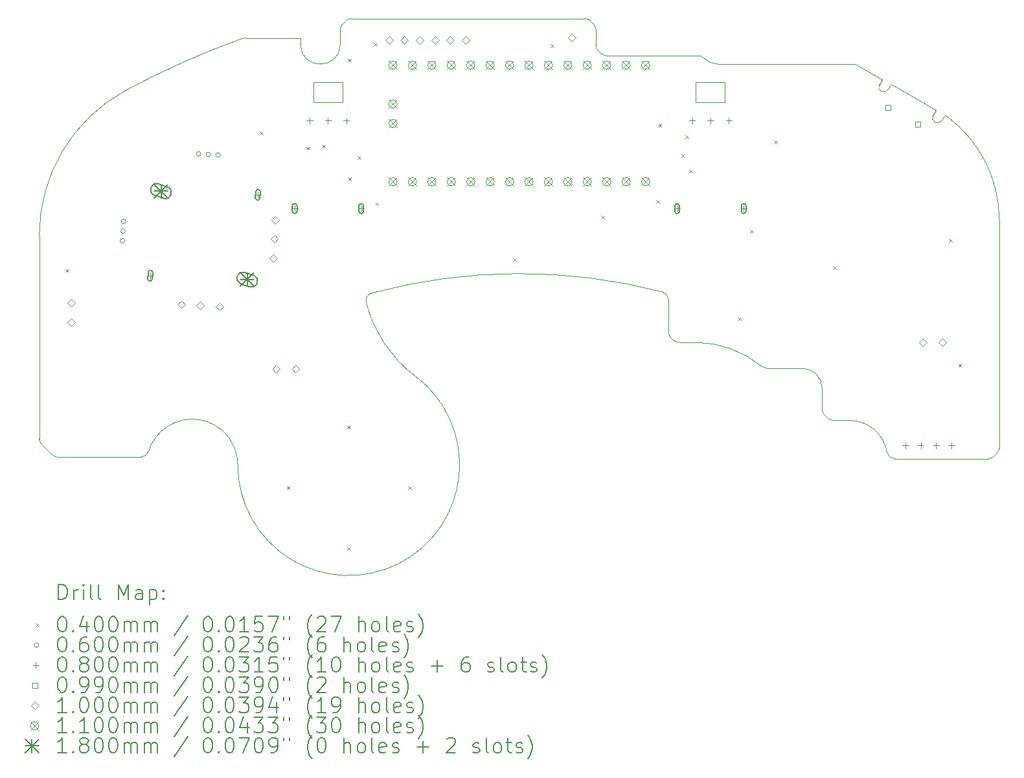
<source format=gbr>
%FSLAX45Y45*%
G04 Gerber Fmt 4.5, Leading zero omitted, Abs format (unit mm)*
G04 Created by KiCad (PCBNEW (6.0.1)) date 2022-03-24 20:43:00*
%MOMM*%
%LPD*%
G01*
G04 APERTURE LIST*
%TA.AperFunction,Profile*%
%ADD10C,0.050000*%
%TD*%
%TA.AperFunction,Profile*%
%ADD11C,0.100000*%
%TD*%
%ADD12C,0.200000*%
%ADD13C,0.040000*%
%ADD14C,0.060000*%
%ADD15C,0.080000*%
%ADD16C,0.099000*%
%ADD17C,0.100000*%
%ADD18C,0.110000*%
%ADD19C,0.180000*%
G04 APERTURE END LIST*
D10*
X8570000Y-6100000D02*
X8570000Y-5840000D01*
X13570000Y-6100000D02*
X13570000Y-5840000D01*
D11*
X16166099Y-10760711D02*
X17394289Y-10760711D01*
X16669789Y-6273213D02*
X16709667Y-6203861D01*
X5156421Y-10711421D02*
G75*
G03*
X5227132Y-10740711I70711J70711D01*
G01*
X15220711Y-9840711D02*
X15220711Y-10119289D01*
X15362132Y-10260711D02*
X15574491Y-10260711D01*
X16007473Y-5800099D02*
X15683857Y-5614020D01*
X16669789Y-6273213D02*
G75*
G03*
X16782487Y-6338014I56349J-32401D01*
G01*
D10*
X13570000Y-5840000D02*
X13950000Y-5840000D01*
D11*
X6116445Y-5944687D02*
G75*
G03*
X4985711Y-7840710I1024266J-1896023D01*
G01*
X17465000Y-10731421D02*
X17506421Y-10690000D01*
X16120171Y-5864900D02*
X16080293Y-5934253D01*
D10*
X8950000Y-6100000D02*
X8570000Y-6100000D01*
D11*
X13210711Y-8678130D02*
G75*
G03*
X13135962Y-8581370I-100000J0D01*
G01*
X9332099Y-8595508D02*
G75*
G03*
X9260886Y-8715648I25969J-96569D01*
G01*
X8400711Y-5340711D02*
G75*
G03*
X8920711Y-5340711I260000J0D01*
G01*
X8920711Y-5145096D02*
X8920711Y-5340711D01*
X8950000Y-5074386D02*
G75*
G03*
X8920711Y-5145096I70710J-70710D01*
G01*
X16860711Y-6290711D02*
X16822365Y-6268662D01*
X13281421Y-9211421D02*
G75*
G03*
X13352132Y-9240711I70711J70711D01*
G01*
X13135962Y-8581370D02*
G75*
G03*
X9332099Y-8595508I-1875251J-7185770D01*
G01*
X13673732Y-5521373D02*
G75*
G03*
X13860711Y-5600711I186979J180663D01*
G01*
X13240000Y-9170000D02*
X13281421Y-9211421D01*
X4985711Y-7840711D02*
X4985711Y-10499289D01*
X12260711Y-5145096D02*
G75*
G03*
X12231421Y-5074386I-99999J0D01*
G01*
X15250000Y-10190000D02*
X15291421Y-10231421D01*
X17535711Y-7640711D02*
G75*
G03*
X16860711Y-6290711I-1687500J0D01*
G01*
X7677994Y-5258012D02*
G75*
G03*
X7644355Y-5263840I0J-100002D01*
G01*
X8991421Y-5032964D02*
X8950000Y-5074386D01*
X14433600Y-9557442D02*
G75*
G03*
X13560711Y-9240711I-872889J-1044446D01*
G01*
X14433600Y-9557442D02*
G75*
G03*
X14497727Y-9580711I64128J76732D01*
G01*
X16822365Y-6268662D02*
X16782487Y-6338014D01*
D10*
X13950000Y-5840000D02*
X13950000Y-6100000D01*
D11*
X12260711Y-5349438D02*
X12260711Y-5145096D01*
X12331421Y-5461570D02*
G75*
G03*
X12402132Y-5490859I70710J70710D01*
G01*
X8400711Y-5258012D02*
X7677994Y-5258012D01*
X5227132Y-10740711D02*
X6317745Y-10740711D01*
X12231421Y-5074386D02*
X12190000Y-5032964D01*
X7580710Y-10840711D02*
G75*
G03*
X6413529Y-10669440I-596157J0D01*
G01*
D10*
X8570000Y-5840000D02*
X8950000Y-5840000D01*
D11*
X16067498Y-10677377D02*
G75*
G03*
X15574491Y-10260711I-493007J-83333D01*
G01*
X16709667Y-6203861D02*
X16120171Y-5864900D01*
X12260711Y-5349438D02*
G75*
G03*
X12290000Y-5420148I99999J0D01*
G01*
X13210711Y-8678130D02*
X13210711Y-9099289D01*
X7580710Y-10840711D02*
G75*
G03*
X9897154Y-9678052I1450000J0D01*
G01*
X9062132Y-5003675D02*
G75*
G03*
X8991421Y-5032964I0J-99999D01*
G01*
X8400711Y-5340711D02*
X8400711Y-5258012D01*
X15291421Y-10231421D02*
G75*
G03*
X15362132Y-10260711I70711J70711D01*
G01*
X13601817Y-5490859D02*
X12402132Y-5490859D01*
X7644355Y-5263839D02*
G75*
G03*
X6116444Y-5944687I3700355J-10358910D01*
G01*
X17535711Y-10619289D02*
X17535711Y-7640711D01*
X15220711Y-10119289D02*
G75*
G03*
X15250000Y-10190000I99999J0D01*
G01*
X16067498Y-10677377D02*
G75*
G03*
X16166099Y-10760711I98601J16667D01*
G01*
X12119289Y-5003675D02*
X9062132Y-5003675D01*
X15634010Y-5600711D02*
X13860711Y-5600711D01*
D10*
X8950000Y-5840000D02*
X8950000Y-6100000D01*
D11*
X5015000Y-10570000D02*
X5156421Y-10711421D01*
X15967595Y-5869452D02*
X16007473Y-5800099D01*
X15967595Y-5869452D02*
G75*
G03*
X16080293Y-5934253I56349J-32401D01*
G01*
D10*
X13950000Y-6100000D02*
X13570000Y-6100000D01*
D11*
X17394289Y-10760711D02*
G75*
G03*
X17465000Y-10731421I0J99999D01*
G01*
X17506421Y-10690000D02*
G75*
G03*
X17535711Y-10619289I-70711J70711D01*
G01*
X12190000Y-5032964D02*
G75*
G03*
X12119289Y-5003675I-70711J-70711D01*
G01*
X9260887Y-8715648D02*
G75*
G03*
X9897154Y-9678052I1652099J400714D01*
G01*
X15220711Y-9840711D02*
G75*
G03*
X14960711Y-9580711I-260000J0D01*
G01*
X13673732Y-5521373D02*
G75*
G03*
X13601817Y-5490859I-71915J-69485D01*
G01*
X15683857Y-5614020D02*
G75*
G03*
X15634010Y-5600711I-49847J-86689D01*
G01*
X12331421Y-5461570D02*
X12290000Y-5420148D01*
X6317745Y-10740711D02*
G75*
G03*
X6413529Y-10669440I0J100000D01*
G01*
X14497727Y-9580711D02*
X14960711Y-9580711D01*
X13210711Y-9099289D02*
G75*
G03*
X13240000Y-9170000I99999J0D01*
G01*
X4985711Y-10499289D02*
G75*
G03*
X5015000Y-10570000I99999J0D01*
G01*
X13352132Y-9240711D02*
X13560711Y-9240711D01*
D12*
D13*
X5330000Y-8280000D02*
X5370000Y-8320000D01*
X5370000Y-8280000D02*
X5330000Y-8320000D01*
X7866250Y-6480000D02*
X7906250Y-6520000D01*
X7906250Y-6480000D02*
X7866250Y-6520000D01*
X8220000Y-11120000D02*
X8260000Y-11160000D01*
X8260000Y-11120000D02*
X8220000Y-11160000D01*
X8480000Y-6680000D02*
X8520000Y-6720000D01*
X8520000Y-6680000D02*
X8480000Y-6720000D01*
X8680000Y-6655050D02*
X8720000Y-6695050D01*
X8720000Y-6655050D02*
X8680000Y-6695050D01*
X9010000Y-10330000D02*
X9050000Y-10370000D01*
X9050000Y-10330000D02*
X9010000Y-10370000D01*
X9010000Y-11920000D02*
X9050000Y-11960000D01*
X9050000Y-11920000D02*
X9010000Y-11960000D01*
X9020000Y-5530000D02*
X9060000Y-5570000D01*
X9060000Y-5530000D02*
X9020000Y-5570000D01*
X9025000Y-7080000D02*
X9065000Y-7120000D01*
X9065000Y-7080000D02*
X9025000Y-7120000D01*
X9145000Y-6805000D02*
X9185000Y-6845000D01*
X9185000Y-6805000D02*
X9145000Y-6845000D01*
X9360000Y-5320000D02*
X9400000Y-5360000D01*
X9400000Y-5320000D02*
X9360000Y-5360000D01*
X9380000Y-7410000D02*
X9420000Y-7450000D01*
X9420000Y-7410000D02*
X9380000Y-7450000D01*
X9810000Y-11120000D02*
X9850000Y-11160000D01*
X9850000Y-11120000D02*
X9810000Y-11160000D01*
X11180000Y-8140000D02*
X11220000Y-8180000D01*
X11220000Y-8140000D02*
X11180000Y-8180000D01*
X11670000Y-5340000D02*
X11710000Y-5380000D01*
X11710000Y-5340000D02*
X11670000Y-5380000D01*
X12330000Y-7580000D02*
X12370000Y-7620000D01*
X12370000Y-7580000D02*
X12330000Y-7620000D01*
X13050000Y-7380000D02*
X13090000Y-7420000D01*
X13090000Y-7380000D02*
X13050000Y-7420000D01*
X13080000Y-6380000D02*
X13120000Y-6420000D01*
X13120000Y-6380000D02*
X13080000Y-6420000D01*
X13380000Y-6780000D02*
X13420000Y-6820000D01*
X13420000Y-6780000D02*
X13380000Y-6820000D01*
X13430000Y-6530000D02*
X13470000Y-6570000D01*
X13470000Y-6530000D02*
X13430000Y-6570000D01*
X13480000Y-6980000D02*
X13520000Y-7020000D01*
X13520000Y-6980000D02*
X13480000Y-7020000D01*
X14120000Y-8910000D02*
X14160000Y-8950000D01*
X14160000Y-8910000D02*
X14120000Y-8950000D01*
X14280000Y-7770000D02*
X14320000Y-7810000D01*
X14320000Y-7770000D02*
X14280000Y-7810000D01*
X14590000Y-6600000D02*
X14630000Y-6640000D01*
X14630000Y-6600000D02*
X14590000Y-6640000D01*
X15365000Y-8245000D02*
X15405000Y-8285000D01*
X15405000Y-8245000D02*
X15365000Y-8285000D01*
X16880000Y-7890000D02*
X16920000Y-7930000D01*
X16920000Y-7890000D02*
X16880000Y-7930000D01*
X17000000Y-9520000D02*
X17040000Y-9560000D01*
X17040000Y-9520000D02*
X17000000Y-9560000D01*
D14*
X6105314Y-7911173D02*
G75*
G03*
X6105314Y-7911173I-30000J0D01*
G01*
X6111961Y-7784347D02*
G75*
G03*
X6111961Y-7784347I-30000J0D01*
G01*
X6118608Y-7657521D02*
G75*
G03*
X6118608Y-7657521I-30000J0D01*
G01*
X7099158Y-6774629D02*
G75*
G03*
X7099158Y-6774629I-30000J0D01*
G01*
X7225984Y-6781276D02*
G75*
G03*
X7225984Y-6781276I-30000J0D01*
G01*
X7352810Y-6787923D02*
G75*
G03*
X7352810Y-6787923I-30000J0D01*
G01*
D15*
X6436863Y-8328722D02*
X6436863Y-8408722D01*
X6396863Y-8368722D02*
X6476863Y-8368722D01*
D12*
X6408998Y-8327207D02*
X6404811Y-8407097D01*
X6468916Y-8330347D02*
X6464729Y-8410237D01*
X6404811Y-8407097D02*
G75*
G03*
X6464729Y-8410237I29959J-1570D01*
G01*
X6468916Y-8330347D02*
G75*
G03*
X6408998Y-8327207I-29959J1570D01*
G01*
D15*
X7844153Y-7270924D02*
X7844153Y-7350924D01*
X7804153Y-7310924D02*
X7884153Y-7310924D01*
D12*
X7816288Y-7269409D02*
X7812101Y-7349299D01*
X7876205Y-7272549D02*
X7872018Y-7352440D01*
X7812101Y-7349299D02*
G75*
G03*
X7872019Y-7352440I29959J-1570D01*
G01*
X7876205Y-7272549D02*
G75*
G03*
X7816288Y-7269409I-29959J1570D01*
G01*
D15*
X8325000Y-7450000D02*
X8325000Y-7530000D01*
X8285000Y-7490000D02*
X8365000Y-7490000D01*
D12*
X8355000Y-7525000D02*
X8355000Y-7455000D01*
X8295000Y-7525000D02*
X8295000Y-7455000D01*
X8355000Y-7455000D02*
G75*
G03*
X8295000Y-7455000I-30000J0D01*
G01*
X8295000Y-7525000D02*
G75*
G03*
X8355000Y-7525000I30000J0D01*
G01*
D15*
X8520000Y-6300000D02*
X8520000Y-6380000D01*
X8480000Y-6340000D02*
X8560000Y-6340000D01*
X8760000Y-6300000D02*
X8760000Y-6380000D01*
X8720000Y-6340000D02*
X8800000Y-6340000D01*
X9000000Y-6300000D02*
X9000000Y-6380000D01*
X8960000Y-6340000D02*
X9040000Y-6340000D01*
X9195000Y-7450000D02*
X9195000Y-7530000D01*
X9155000Y-7490000D02*
X9235000Y-7490000D01*
D12*
X9225000Y-7525000D02*
X9225000Y-7455000D01*
X9165000Y-7525000D02*
X9165000Y-7455000D01*
X9225000Y-7455000D02*
G75*
G03*
X9165000Y-7455000I-30000J0D01*
G01*
X9165000Y-7525000D02*
G75*
G03*
X9225000Y-7525000I30000J0D01*
G01*
D15*
X13325000Y-7450000D02*
X13325000Y-7530000D01*
X13285000Y-7490000D02*
X13365000Y-7490000D01*
D12*
X13355000Y-7525000D02*
X13355000Y-7455000D01*
X13295000Y-7525000D02*
X13295000Y-7455000D01*
X13355000Y-7455000D02*
G75*
G03*
X13295000Y-7455000I-30000J0D01*
G01*
X13295000Y-7525000D02*
G75*
G03*
X13355000Y-7525000I30000J0D01*
G01*
D15*
X13520000Y-6300000D02*
X13520000Y-6380000D01*
X13480000Y-6340000D02*
X13560000Y-6340000D01*
X13760000Y-6300000D02*
X13760000Y-6380000D01*
X13720000Y-6340000D02*
X13800000Y-6340000D01*
X14000000Y-6300000D02*
X14000000Y-6380000D01*
X13960000Y-6340000D02*
X14040000Y-6340000D01*
X14195000Y-7450000D02*
X14195000Y-7530000D01*
X14155000Y-7490000D02*
X14235000Y-7490000D01*
D12*
X14225000Y-7525000D02*
X14225000Y-7455000D01*
X14165000Y-7525000D02*
X14165000Y-7455000D01*
X14225000Y-7455000D02*
G75*
G03*
X14165000Y-7455000I-30000J0D01*
G01*
X14165000Y-7525000D02*
G75*
G03*
X14225000Y-7525000I30000J0D01*
G01*
D15*
X16310000Y-10550000D02*
X16310000Y-10630000D01*
X16270000Y-10590000D02*
X16350000Y-10590000D01*
X16510000Y-10550000D02*
X16510000Y-10630000D01*
X16470000Y-10590000D02*
X16550000Y-10590000D01*
X16710000Y-10550000D02*
X16710000Y-10630000D01*
X16670000Y-10590000D02*
X16750000Y-10590000D01*
X16910000Y-10550000D02*
X16910000Y-10630000D01*
X16870000Y-10590000D02*
X16950000Y-10590000D01*
D16*
X16115291Y-6200002D02*
X16115291Y-6129998D01*
X16045286Y-6129998D01*
X16045286Y-6200002D01*
X16115291Y-6200002D01*
X16505002Y-6425002D02*
X16505002Y-6354998D01*
X16434998Y-6354998D01*
X16434998Y-6425002D01*
X16505002Y-6425002D01*
D17*
X5405000Y-8776000D02*
X5455000Y-8726000D01*
X5405000Y-8676000D01*
X5355000Y-8726000D01*
X5405000Y-8776000D01*
X5405000Y-9030000D02*
X5455000Y-8980000D01*
X5405000Y-8930000D01*
X5355000Y-8980000D01*
X5405000Y-9030000D01*
X6842702Y-8795478D02*
X6892702Y-8745478D01*
X6842702Y-8695478D01*
X6792702Y-8745478D01*
X6842702Y-8795478D01*
X7092359Y-8808562D02*
X7142359Y-8758562D01*
X7092359Y-8708562D01*
X7042359Y-8758562D01*
X7092359Y-8808562D01*
X7342017Y-8821646D02*
X7392017Y-8771646D01*
X7342017Y-8721646D01*
X7292017Y-8771646D01*
X7342017Y-8821646D01*
X8046163Y-8187630D02*
X8096163Y-8137630D01*
X8046163Y-8087630D01*
X7996163Y-8137630D01*
X8046163Y-8187630D01*
X8059247Y-7937972D02*
X8109247Y-7887972D01*
X8059247Y-7837972D01*
X8009247Y-7887972D01*
X8059247Y-7937972D01*
X8072331Y-7688315D02*
X8122331Y-7638315D01*
X8072331Y-7588315D01*
X8022331Y-7638315D01*
X8072331Y-7688315D01*
X8083500Y-9640000D02*
X8133500Y-9590000D01*
X8083500Y-9540000D01*
X8033500Y-9590000D01*
X8083500Y-9640000D01*
X8337500Y-9640000D02*
X8387500Y-9590000D01*
X8337500Y-9540000D01*
X8287500Y-9590000D01*
X8337500Y-9640000D01*
X9560000Y-5340000D02*
X9610000Y-5290000D01*
X9560000Y-5240000D01*
X9510000Y-5290000D01*
X9560000Y-5340000D01*
X9760000Y-5340000D02*
X9810000Y-5290000D01*
X9760000Y-5240000D01*
X9710000Y-5290000D01*
X9760000Y-5340000D01*
X9960000Y-5340000D02*
X10010000Y-5290000D01*
X9960000Y-5240000D01*
X9910000Y-5290000D01*
X9960000Y-5340000D01*
X10160000Y-5340000D02*
X10210000Y-5290000D01*
X10160000Y-5240000D01*
X10110000Y-5290000D01*
X10160000Y-5340000D01*
X10360000Y-5340000D02*
X10410000Y-5290000D01*
X10360000Y-5240000D01*
X10310000Y-5290000D01*
X10360000Y-5340000D01*
X10560000Y-5340000D02*
X10610000Y-5290000D01*
X10560000Y-5240000D01*
X10510000Y-5290000D01*
X10560000Y-5340000D01*
X11950000Y-5300000D02*
X12000000Y-5250000D01*
X11950000Y-5200000D01*
X11900000Y-5250000D01*
X11950000Y-5300000D01*
X16540000Y-9290000D02*
X16590000Y-9240000D01*
X16540000Y-9190000D01*
X16490000Y-9240000D01*
X16540000Y-9290000D01*
X16794000Y-9290000D02*
X16844000Y-9240000D01*
X16794000Y-9190000D01*
X16744000Y-9240000D01*
X16794000Y-9290000D01*
D18*
X9555000Y-5560000D02*
X9665000Y-5670000D01*
X9665000Y-5560000D02*
X9555000Y-5670000D01*
X9665000Y-5615000D02*
G75*
G03*
X9665000Y-5615000I-55000J0D01*
G01*
X9555000Y-6068000D02*
X9665000Y-6178000D01*
X9665000Y-6068000D02*
X9555000Y-6178000D01*
X9665000Y-6123000D02*
G75*
G03*
X9665000Y-6123000I-55000J0D01*
G01*
X9555000Y-6322000D02*
X9665000Y-6432000D01*
X9665000Y-6322000D02*
X9555000Y-6432000D01*
X9665000Y-6377000D02*
G75*
G03*
X9665000Y-6377000I-55000J0D01*
G01*
X9555000Y-7084000D02*
X9665000Y-7194000D01*
X9665000Y-7084000D02*
X9555000Y-7194000D01*
X9665000Y-7139000D02*
G75*
G03*
X9665000Y-7139000I-55000J0D01*
G01*
X9809000Y-5560000D02*
X9919000Y-5670000D01*
X9919000Y-5560000D02*
X9809000Y-5670000D01*
X9919000Y-5615000D02*
G75*
G03*
X9919000Y-5615000I-55000J0D01*
G01*
X9809000Y-7084000D02*
X9919000Y-7194000D01*
X9919000Y-7084000D02*
X9809000Y-7194000D01*
X9919000Y-7139000D02*
G75*
G03*
X9919000Y-7139000I-55000J0D01*
G01*
X10063000Y-5560000D02*
X10173000Y-5670000D01*
X10173000Y-5560000D02*
X10063000Y-5670000D01*
X10173000Y-5615000D02*
G75*
G03*
X10173000Y-5615000I-55000J0D01*
G01*
X10063000Y-7084000D02*
X10173000Y-7194000D01*
X10173000Y-7084000D02*
X10063000Y-7194000D01*
X10173000Y-7139000D02*
G75*
G03*
X10173000Y-7139000I-55000J0D01*
G01*
X10317000Y-5560000D02*
X10427000Y-5670000D01*
X10427000Y-5560000D02*
X10317000Y-5670000D01*
X10427000Y-5615000D02*
G75*
G03*
X10427000Y-5615000I-55000J0D01*
G01*
X10317000Y-7084000D02*
X10427000Y-7194000D01*
X10427000Y-7084000D02*
X10317000Y-7194000D01*
X10427000Y-7139000D02*
G75*
G03*
X10427000Y-7139000I-55000J0D01*
G01*
X10571000Y-5560000D02*
X10681000Y-5670000D01*
X10681000Y-5560000D02*
X10571000Y-5670000D01*
X10681000Y-5615000D02*
G75*
G03*
X10681000Y-5615000I-55000J0D01*
G01*
X10571000Y-7084000D02*
X10681000Y-7194000D01*
X10681000Y-7084000D02*
X10571000Y-7194000D01*
X10681000Y-7139000D02*
G75*
G03*
X10681000Y-7139000I-55000J0D01*
G01*
X10825000Y-5560000D02*
X10935000Y-5670000D01*
X10935000Y-5560000D02*
X10825000Y-5670000D01*
X10935000Y-5615000D02*
G75*
G03*
X10935000Y-5615000I-55000J0D01*
G01*
X10825000Y-7084000D02*
X10935000Y-7194000D01*
X10935000Y-7084000D02*
X10825000Y-7194000D01*
X10935000Y-7139000D02*
G75*
G03*
X10935000Y-7139000I-55000J0D01*
G01*
X11079000Y-5560000D02*
X11189000Y-5670000D01*
X11189000Y-5560000D02*
X11079000Y-5670000D01*
X11189000Y-5615000D02*
G75*
G03*
X11189000Y-5615000I-55000J0D01*
G01*
X11079000Y-7084000D02*
X11189000Y-7194000D01*
X11189000Y-7084000D02*
X11079000Y-7194000D01*
X11189000Y-7139000D02*
G75*
G03*
X11189000Y-7139000I-55000J0D01*
G01*
X11333000Y-5560000D02*
X11443000Y-5670000D01*
X11443000Y-5560000D02*
X11333000Y-5670000D01*
X11443000Y-5615000D02*
G75*
G03*
X11443000Y-5615000I-55000J0D01*
G01*
X11333000Y-7084000D02*
X11443000Y-7194000D01*
X11443000Y-7084000D02*
X11333000Y-7194000D01*
X11443000Y-7139000D02*
G75*
G03*
X11443000Y-7139000I-55000J0D01*
G01*
X11587000Y-5560000D02*
X11697000Y-5670000D01*
X11697000Y-5560000D02*
X11587000Y-5670000D01*
X11697000Y-5615000D02*
G75*
G03*
X11697000Y-5615000I-55000J0D01*
G01*
X11587000Y-7084000D02*
X11697000Y-7194000D01*
X11697000Y-7084000D02*
X11587000Y-7194000D01*
X11697000Y-7139000D02*
G75*
G03*
X11697000Y-7139000I-55000J0D01*
G01*
X11841000Y-5560000D02*
X11951000Y-5670000D01*
X11951000Y-5560000D02*
X11841000Y-5670000D01*
X11951000Y-5615000D02*
G75*
G03*
X11951000Y-5615000I-55000J0D01*
G01*
X11841000Y-7084000D02*
X11951000Y-7194000D01*
X11951000Y-7084000D02*
X11841000Y-7194000D01*
X11951000Y-7139000D02*
G75*
G03*
X11951000Y-7139000I-55000J0D01*
G01*
X12095000Y-5560000D02*
X12205000Y-5670000D01*
X12205000Y-5560000D02*
X12095000Y-5670000D01*
X12205000Y-5615000D02*
G75*
G03*
X12205000Y-5615000I-55000J0D01*
G01*
X12095000Y-7084000D02*
X12205000Y-7194000D01*
X12205000Y-7084000D02*
X12095000Y-7194000D01*
X12205000Y-7139000D02*
G75*
G03*
X12205000Y-7139000I-55000J0D01*
G01*
X12349000Y-5560000D02*
X12459000Y-5670000D01*
X12459000Y-5560000D02*
X12349000Y-5670000D01*
X12459000Y-5615000D02*
G75*
G03*
X12459000Y-5615000I-55000J0D01*
G01*
X12349000Y-7084000D02*
X12459000Y-7194000D01*
X12459000Y-7084000D02*
X12349000Y-7194000D01*
X12459000Y-7139000D02*
G75*
G03*
X12459000Y-7139000I-55000J0D01*
G01*
X12603000Y-5560000D02*
X12713000Y-5670000D01*
X12713000Y-5560000D02*
X12603000Y-5670000D01*
X12713000Y-5615000D02*
G75*
G03*
X12713000Y-5615000I-55000J0D01*
G01*
X12603000Y-7084000D02*
X12713000Y-7194000D01*
X12713000Y-7084000D02*
X12603000Y-7194000D01*
X12713000Y-7139000D02*
G75*
G03*
X12713000Y-7139000I-55000J0D01*
G01*
X12857000Y-5560000D02*
X12967000Y-5670000D01*
X12967000Y-5560000D02*
X12857000Y-5670000D01*
X12967000Y-5615000D02*
G75*
G03*
X12967000Y-5615000I-55000J0D01*
G01*
X12857000Y-7084000D02*
X12967000Y-7194000D01*
X12967000Y-7084000D02*
X12857000Y-7194000D01*
X12967000Y-7139000D02*
G75*
G03*
X12967000Y-7139000I-55000J0D01*
G01*
D19*
X6487001Y-7171539D02*
X6667001Y-7351539D01*
X6667001Y-7171539D02*
X6487001Y-7351539D01*
X6577001Y-7171539D02*
X6577001Y-7351539D01*
X6487001Y-7261539D02*
X6667001Y-7261539D01*
D12*
X6494618Y-7318223D02*
X6608350Y-7356498D01*
X6545652Y-7166580D02*
X6659384Y-7204855D01*
X6608350Y-7356498D02*
G75*
G03*
X6659384Y-7204855I25517J75822D01*
G01*
X6545652Y-7166580D02*
G75*
G03*
X6494618Y-7318223I-25517J-75822D01*
G01*
D19*
X7614015Y-8328107D02*
X7794015Y-8508107D01*
X7794015Y-8328107D02*
X7614015Y-8508107D01*
X7704015Y-8328107D02*
X7704015Y-8508107D01*
X7614015Y-8418107D02*
X7794015Y-8418107D01*
D12*
X7621633Y-8474791D02*
X7735365Y-8513066D01*
X7672666Y-8323148D02*
X7786398Y-8361423D01*
X7735365Y-8513067D02*
G75*
G03*
X7786398Y-8361423I25517J75822D01*
G01*
X7672666Y-8323148D02*
G75*
G03*
X7621633Y-8474791I-25517J-75822D01*
G01*
X5238330Y-12606187D02*
X5238330Y-12406187D01*
X5285949Y-12406187D01*
X5314520Y-12415711D01*
X5333568Y-12434758D01*
X5343091Y-12453806D01*
X5352615Y-12491901D01*
X5352615Y-12520473D01*
X5343091Y-12558568D01*
X5333568Y-12577615D01*
X5314520Y-12596663D01*
X5285949Y-12606187D01*
X5238330Y-12606187D01*
X5438330Y-12606187D02*
X5438330Y-12472854D01*
X5438330Y-12510949D02*
X5447853Y-12491901D01*
X5457377Y-12482377D01*
X5476425Y-12472854D01*
X5495472Y-12472854D01*
X5562139Y-12606187D02*
X5562139Y-12472854D01*
X5562139Y-12406187D02*
X5552615Y-12415711D01*
X5562139Y-12425235D01*
X5571663Y-12415711D01*
X5562139Y-12406187D01*
X5562139Y-12425235D01*
X5685948Y-12606187D02*
X5666901Y-12596663D01*
X5657377Y-12577615D01*
X5657377Y-12406187D01*
X5790710Y-12606187D02*
X5771663Y-12596663D01*
X5762139Y-12577615D01*
X5762139Y-12406187D01*
X6019282Y-12606187D02*
X6019282Y-12406187D01*
X6085948Y-12549044D01*
X6152615Y-12406187D01*
X6152615Y-12606187D01*
X6333568Y-12606187D02*
X6333568Y-12501425D01*
X6324044Y-12482377D01*
X6304996Y-12472854D01*
X6266901Y-12472854D01*
X6247853Y-12482377D01*
X6333568Y-12596663D02*
X6314520Y-12606187D01*
X6266901Y-12606187D01*
X6247853Y-12596663D01*
X6238329Y-12577615D01*
X6238329Y-12558568D01*
X6247853Y-12539520D01*
X6266901Y-12529996D01*
X6314520Y-12529996D01*
X6333568Y-12520473D01*
X6428806Y-12472854D02*
X6428806Y-12672854D01*
X6428806Y-12482377D02*
X6447853Y-12472854D01*
X6485948Y-12472854D01*
X6504996Y-12482377D01*
X6514520Y-12491901D01*
X6524044Y-12510949D01*
X6524044Y-12568092D01*
X6514520Y-12587139D01*
X6504996Y-12596663D01*
X6485948Y-12606187D01*
X6447853Y-12606187D01*
X6428806Y-12596663D01*
X6609758Y-12587139D02*
X6619282Y-12596663D01*
X6609758Y-12606187D01*
X6600234Y-12596663D01*
X6609758Y-12587139D01*
X6609758Y-12606187D01*
X6609758Y-12482377D02*
X6619282Y-12491901D01*
X6609758Y-12501425D01*
X6600234Y-12491901D01*
X6609758Y-12482377D01*
X6609758Y-12501425D01*
D13*
X4940711Y-12915711D02*
X4980711Y-12955711D01*
X4980711Y-12915711D02*
X4940711Y-12955711D01*
D12*
X5276425Y-12826187D02*
X5295472Y-12826187D01*
X5314520Y-12835711D01*
X5324044Y-12845235D01*
X5333568Y-12864282D01*
X5343091Y-12902377D01*
X5343091Y-12949996D01*
X5333568Y-12988092D01*
X5324044Y-13007139D01*
X5314520Y-13016663D01*
X5295472Y-13026187D01*
X5276425Y-13026187D01*
X5257377Y-13016663D01*
X5247853Y-13007139D01*
X5238330Y-12988092D01*
X5228806Y-12949996D01*
X5228806Y-12902377D01*
X5238330Y-12864282D01*
X5247853Y-12845235D01*
X5257377Y-12835711D01*
X5276425Y-12826187D01*
X5428806Y-13007139D02*
X5438330Y-13016663D01*
X5428806Y-13026187D01*
X5419282Y-13016663D01*
X5428806Y-13007139D01*
X5428806Y-13026187D01*
X5609758Y-12892854D02*
X5609758Y-13026187D01*
X5562139Y-12816663D02*
X5514520Y-12959520D01*
X5638329Y-12959520D01*
X5752615Y-12826187D02*
X5771663Y-12826187D01*
X5790710Y-12835711D01*
X5800234Y-12845235D01*
X5809758Y-12864282D01*
X5819282Y-12902377D01*
X5819282Y-12949996D01*
X5809758Y-12988092D01*
X5800234Y-13007139D01*
X5790710Y-13016663D01*
X5771663Y-13026187D01*
X5752615Y-13026187D01*
X5733568Y-13016663D01*
X5724044Y-13007139D01*
X5714520Y-12988092D01*
X5704996Y-12949996D01*
X5704996Y-12902377D01*
X5714520Y-12864282D01*
X5724044Y-12845235D01*
X5733568Y-12835711D01*
X5752615Y-12826187D01*
X5943091Y-12826187D02*
X5962139Y-12826187D01*
X5981187Y-12835711D01*
X5990710Y-12845235D01*
X6000234Y-12864282D01*
X6009758Y-12902377D01*
X6009758Y-12949996D01*
X6000234Y-12988092D01*
X5990710Y-13007139D01*
X5981187Y-13016663D01*
X5962139Y-13026187D01*
X5943091Y-13026187D01*
X5924044Y-13016663D01*
X5914520Y-13007139D01*
X5904996Y-12988092D01*
X5895472Y-12949996D01*
X5895472Y-12902377D01*
X5904996Y-12864282D01*
X5914520Y-12845235D01*
X5924044Y-12835711D01*
X5943091Y-12826187D01*
X6095472Y-13026187D02*
X6095472Y-12892854D01*
X6095472Y-12911901D02*
X6104996Y-12902377D01*
X6124044Y-12892854D01*
X6152615Y-12892854D01*
X6171663Y-12902377D01*
X6181187Y-12921425D01*
X6181187Y-13026187D01*
X6181187Y-12921425D02*
X6190710Y-12902377D01*
X6209758Y-12892854D01*
X6238329Y-12892854D01*
X6257377Y-12902377D01*
X6266901Y-12921425D01*
X6266901Y-13026187D01*
X6362139Y-13026187D02*
X6362139Y-12892854D01*
X6362139Y-12911901D02*
X6371663Y-12902377D01*
X6390710Y-12892854D01*
X6419282Y-12892854D01*
X6438329Y-12902377D01*
X6447853Y-12921425D01*
X6447853Y-13026187D01*
X6447853Y-12921425D02*
X6457377Y-12902377D01*
X6476425Y-12892854D01*
X6504996Y-12892854D01*
X6524044Y-12902377D01*
X6533568Y-12921425D01*
X6533568Y-13026187D01*
X6924044Y-12816663D02*
X6752615Y-13073806D01*
X7181187Y-12826187D02*
X7200234Y-12826187D01*
X7219282Y-12835711D01*
X7228806Y-12845235D01*
X7238329Y-12864282D01*
X7247853Y-12902377D01*
X7247853Y-12949996D01*
X7238329Y-12988092D01*
X7228806Y-13007139D01*
X7219282Y-13016663D01*
X7200234Y-13026187D01*
X7181187Y-13026187D01*
X7162139Y-13016663D01*
X7152615Y-13007139D01*
X7143091Y-12988092D01*
X7133568Y-12949996D01*
X7133568Y-12902377D01*
X7143091Y-12864282D01*
X7152615Y-12845235D01*
X7162139Y-12835711D01*
X7181187Y-12826187D01*
X7333568Y-13007139D02*
X7343091Y-13016663D01*
X7333568Y-13026187D01*
X7324044Y-13016663D01*
X7333568Y-13007139D01*
X7333568Y-13026187D01*
X7466901Y-12826187D02*
X7485948Y-12826187D01*
X7504996Y-12835711D01*
X7514520Y-12845235D01*
X7524044Y-12864282D01*
X7533568Y-12902377D01*
X7533568Y-12949996D01*
X7524044Y-12988092D01*
X7514520Y-13007139D01*
X7504996Y-13016663D01*
X7485948Y-13026187D01*
X7466901Y-13026187D01*
X7447853Y-13016663D01*
X7438329Y-13007139D01*
X7428806Y-12988092D01*
X7419282Y-12949996D01*
X7419282Y-12902377D01*
X7428806Y-12864282D01*
X7438329Y-12845235D01*
X7447853Y-12835711D01*
X7466901Y-12826187D01*
X7724044Y-13026187D02*
X7609758Y-13026187D01*
X7666901Y-13026187D02*
X7666901Y-12826187D01*
X7647853Y-12854758D01*
X7628806Y-12873806D01*
X7609758Y-12883330D01*
X7904996Y-12826187D02*
X7809758Y-12826187D01*
X7800234Y-12921425D01*
X7809758Y-12911901D01*
X7828806Y-12902377D01*
X7876425Y-12902377D01*
X7895472Y-12911901D01*
X7904996Y-12921425D01*
X7914520Y-12940473D01*
X7914520Y-12988092D01*
X7904996Y-13007139D01*
X7895472Y-13016663D01*
X7876425Y-13026187D01*
X7828806Y-13026187D01*
X7809758Y-13016663D01*
X7800234Y-13007139D01*
X7981187Y-12826187D02*
X8114520Y-12826187D01*
X8028806Y-13026187D01*
X8181187Y-12826187D02*
X8181187Y-12864282D01*
X8257377Y-12826187D02*
X8257377Y-12864282D01*
X8552615Y-13102377D02*
X8543091Y-13092854D01*
X8524044Y-13064282D01*
X8514520Y-13045235D01*
X8504996Y-13016663D01*
X8495472Y-12969044D01*
X8495472Y-12930949D01*
X8504996Y-12883330D01*
X8514520Y-12854758D01*
X8524044Y-12835711D01*
X8543091Y-12807139D01*
X8552615Y-12797615D01*
X8619282Y-12845235D02*
X8628806Y-12835711D01*
X8647853Y-12826187D01*
X8695472Y-12826187D01*
X8714520Y-12835711D01*
X8724044Y-12845235D01*
X8733568Y-12864282D01*
X8733568Y-12883330D01*
X8724044Y-12911901D01*
X8609758Y-13026187D01*
X8733568Y-13026187D01*
X8800234Y-12826187D02*
X8933568Y-12826187D01*
X8847853Y-13026187D01*
X9162139Y-13026187D02*
X9162139Y-12826187D01*
X9247853Y-13026187D02*
X9247853Y-12921425D01*
X9238330Y-12902377D01*
X9219282Y-12892854D01*
X9190710Y-12892854D01*
X9171663Y-12902377D01*
X9162139Y-12911901D01*
X9371663Y-13026187D02*
X9352615Y-13016663D01*
X9343091Y-13007139D01*
X9333568Y-12988092D01*
X9333568Y-12930949D01*
X9343091Y-12911901D01*
X9352615Y-12902377D01*
X9371663Y-12892854D01*
X9400234Y-12892854D01*
X9419282Y-12902377D01*
X9428806Y-12911901D01*
X9438330Y-12930949D01*
X9438330Y-12988092D01*
X9428806Y-13007139D01*
X9419282Y-13016663D01*
X9400234Y-13026187D01*
X9371663Y-13026187D01*
X9552615Y-13026187D02*
X9533568Y-13016663D01*
X9524044Y-12997615D01*
X9524044Y-12826187D01*
X9704996Y-13016663D02*
X9685949Y-13026187D01*
X9647853Y-13026187D01*
X9628806Y-13016663D01*
X9619282Y-12997615D01*
X9619282Y-12921425D01*
X9628806Y-12902377D01*
X9647853Y-12892854D01*
X9685949Y-12892854D01*
X9704996Y-12902377D01*
X9714520Y-12921425D01*
X9714520Y-12940473D01*
X9619282Y-12959520D01*
X9790710Y-13016663D02*
X9809758Y-13026187D01*
X9847853Y-13026187D01*
X9866901Y-13016663D01*
X9876425Y-12997615D01*
X9876425Y-12988092D01*
X9866901Y-12969044D01*
X9847853Y-12959520D01*
X9819282Y-12959520D01*
X9800234Y-12949996D01*
X9790710Y-12930949D01*
X9790710Y-12921425D01*
X9800234Y-12902377D01*
X9819282Y-12892854D01*
X9847853Y-12892854D01*
X9866901Y-12902377D01*
X9943091Y-13102377D02*
X9952615Y-13092854D01*
X9971663Y-13064282D01*
X9981187Y-13045235D01*
X9990710Y-13016663D01*
X10000234Y-12969044D01*
X10000234Y-12930949D01*
X9990710Y-12883330D01*
X9981187Y-12854758D01*
X9971663Y-12835711D01*
X9952615Y-12807139D01*
X9943091Y-12797615D01*
D14*
X4980711Y-13199711D02*
G75*
G03*
X4980711Y-13199711I-30000J0D01*
G01*
D12*
X5276425Y-13090187D02*
X5295472Y-13090187D01*
X5314520Y-13099711D01*
X5324044Y-13109235D01*
X5333568Y-13128282D01*
X5343091Y-13166377D01*
X5343091Y-13213996D01*
X5333568Y-13252092D01*
X5324044Y-13271139D01*
X5314520Y-13280663D01*
X5295472Y-13290187D01*
X5276425Y-13290187D01*
X5257377Y-13280663D01*
X5247853Y-13271139D01*
X5238330Y-13252092D01*
X5228806Y-13213996D01*
X5228806Y-13166377D01*
X5238330Y-13128282D01*
X5247853Y-13109235D01*
X5257377Y-13099711D01*
X5276425Y-13090187D01*
X5428806Y-13271139D02*
X5438330Y-13280663D01*
X5428806Y-13290187D01*
X5419282Y-13280663D01*
X5428806Y-13271139D01*
X5428806Y-13290187D01*
X5609758Y-13090187D02*
X5571663Y-13090187D01*
X5552615Y-13099711D01*
X5543091Y-13109235D01*
X5524044Y-13137806D01*
X5514520Y-13175901D01*
X5514520Y-13252092D01*
X5524044Y-13271139D01*
X5533568Y-13280663D01*
X5552615Y-13290187D01*
X5590711Y-13290187D01*
X5609758Y-13280663D01*
X5619282Y-13271139D01*
X5628806Y-13252092D01*
X5628806Y-13204473D01*
X5619282Y-13185425D01*
X5609758Y-13175901D01*
X5590711Y-13166377D01*
X5552615Y-13166377D01*
X5533568Y-13175901D01*
X5524044Y-13185425D01*
X5514520Y-13204473D01*
X5752615Y-13090187D02*
X5771663Y-13090187D01*
X5790710Y-13099711D01*
X5800234Y-13109235D01*
X5809758Y-13128282D01*
X5819282Y-13166377D01*
X5819282Y-13213996D01*
X5809758Y-13252092D01*
X5800234Y-13271139D01*
X5790710Y-13280663D01*
X5771663Y-13290187D01*
X5752615Y-13290187D01*
X5733568Y-13280663D01*
X5724044Y-13271139D01*
X5714520Y-13252092D01*
X5704996Y-13213996D01*
X5704996Y-13166377D01*
X5714520Y-13128282D01*
X5724044Y-13109235D01*
X5733568Y-13099711D01*
X5752615Y-13090187D01*
X5943091Y-13090187D02*
X5962139Y-13090187D01*
X5981187Y-13099711D01*
X5990710Y-13109235D01*
X6000234Y-13128282D01*
X6009758Y-13166377D01*
X6009758Y-13213996D01*
X6000234Y-13252092D01*
X5990710Y-13271139D01*
X5981187Y-13280663D01*
X5962139Y-13290187D01*
X5943091Y-13290187D01*
X5924044Y-13280663D01*
X5914520Y-13271139D01*
X5904996Y-13252092D01*
X5895472Y-13213996D01*
X5895472Y-13166377D01*
X5904996Y-13128282D01*
X5914520Y-13109235D01*
X5924044Y-13099711D01*
X5943091Y-13090187D01*
X6095472Y-13290187D02*
X6095472Y-13156854D01*
X6095472Y-13175901D02*
X6104996Y-13166377D01*
X6124044Y-13156854D01*
X6152615Y-13156854D01*
X6171663Y-13166377D01*
X6181187Y-13185425D01*
X6181187Y-13290187D01*
X6181187Y-13185425D02*
X6190710Y-13166377D01*
X6209758Y-13156854D01*
X6238329Y-13156854D01*
X6257377Y-13166377D01*
X6266901Y-13185425D01*
X6266901Y-13290187D01*
X6362139Y-13290187D02*
X6362139Y-13156854D01*
X6362139Y-13175901D02*
X6371663Y-13166377D01*
X6390710Y-13156854D01*
X6419282Y-13156854D01*
X6438329Y-13166377D01*
X6447853Y-13185425D01*
X6447853Y-13290187D01*
X6447853Y-13185425D02*
X6457377Y-13166377D01*
X6476425Y-13156854D01*
X6504996Y-13156854D01*
X6524044Y-13166377D01*
X6533568Y-13185425D01*
X6533568Y-13290187D01*
X6924044Y-13080663D02*
X6752615Y-13337806D01*
X7181187Y-13090187D02*
X7200234Y-13090187D01*
X7219282Y-13099711D01*
X7228806Y-13109235D01*
X7238329Y-13128282D01*
X7247853Y-13166377D01*
X7247853Y-13213996D01*
X7238329Y-13252092D01*
X7228806Y-13271139D01*
X7219282Y-13280663D01*
X7200234Y-13290187D01*
X7181187Y-13290187D01*
X7162139Y-13280663D01*
X7152615Y-13271139D01*
X7143091Y-13252092D01*
X7133568Y-13213996D01*
X7133568Y-13166377D01*
X7143091Y-13128282D01*
X7152615Y-13109235D01*
X7162139Y-13099711D01*
X7181187Y-13090187D01*
X7333568Y-13271139D02*
X7343091Y-13280663D01*
X7333568Y-13290187D01*
X7324044Y-13280663D01*
X7333568Y-13271139D01*
X7333568Y-13290187D01*
X7466901Y-13090187D02*
X7485948Y-13090187D01*
X7504996Y-13099711D01*
X7514520Y-13109235D01*
X7524044Y-13128282D01*
X7533568Y-13166377D01*
X7533568Y-13213996D01*
X7524044Y-13252092D01*
X7514520Y-13271139D01*
X7504996Y-13280663D01*
X7485948Y-13290187D01*
X7466901Y-13290187D01*
X7447853Y-13280663D01*
X7438329Y-13271139D01*
X7428806Y-13252092D01*
X7419282Y-13213996D01*
X7419282Y-13166377D01*
X7428806Y-13128282D01*
X7438329Y-13109235D01*
X7447853Y-13099711D01*
X7466901Y-13090187D01*
X7609758Y-13109235D02*
X7619282Y-13099711D01*
X7638329Y-13090187D01*
X7685948Y-13090187D01*
X7704996Y-13099711D01*
X7714520Y-13109235D01*
X7724044Y-13128282D01*
X7724044Y-13147330D01*
X7714520Y-13175901D01*
X7600234Y-13290187D01*
X7724044Y-13290187D01*
X7790710Y-13090187D02*
X7914520Y-13090187D01*
X7847853Y-13166377D01*
X7876425Y-13166377D01*
X7895472Y-13175901D01*
X7904996Y-13185425D01*
X7914520Y-13204473D01*
X7914520Y-13252092D01*
X7904996Y-13271139D01*
X7895472Y-13280663D01*
X7876425Y-13290187D01*
X7819282Y-13290187D01*
X7800234Y-13280663D01*
X7790710Y-13271139D01*
X8085948Y-13090187D02*
X8047853Y-13090187D01*
X8028806Y-13099711D01*
X8019282Y-13109235D01*
X8000234Y-13137806D01*
X7990710Y-13175901D01*
X7990710Y-13252092D01*
X8000234Y-13271139D01*
X8009758Y-13280663D01*
X8028806Y-13290187D01*
X8066901Y-13290187D01*
X8085948Y-13280663D01*
X8095472Y-13271139D01*
X8104996Y-13252092D01*
X8104996Y-13204473D01*
X8095472Y-13185425D01*
X8085948Y-13175901D01*
X8066901Y-13166377D01*
X8028806Y-13166377D01*
X8009758Y-13175901D01*
X8000234Y-13185425D01*
X7990710Y-13204473D01*
X8181187Y-13090187D02*
X8181187Y-13128282D01*
X8257377Y-13090187D02*
X8257377Y-13128282D01*
X8552615Y-13366377D02*
X8543091Y-13356854D01*
X8524044Y-13328282D01*
X8514520Y-13309235D01*
X8504996Y-13280663D01*
X8495472Y-13233044D01*
X8495472Y-13194949D01*
X8504996Y-13147330D01*
X8514520Y-13118758D01*
X8524044Y-13099711D01*
X8543091Y-13071139D01*
X8552615Y-13061615D01*
X8714520Y-13090187D02*
X8676425Y-13090187D01*
X8657377Y-13099711D01*
X8647853Y-13109235D01*
X8628806Y-13137806D01*
X8619282Y-13175901D01*
X8619282Y-13252092D01*
X8628806Y-13271139D01*
X8638330Y-13280663D01*
X8657377Y-13290187D01*
X8695472Y-13290187D01*
X8714520Y-13280663D01*
X8724044Y-13271139D01*
X8733568Y-13252092D01*
X8733568Y-13204473D01*
X8724044Y-13185425D01*
X8714520Y-13175901D01*
X8695472Y-13166377D01*
X8657377Y-13166377D01*
X8638330Y-13175901D01*
X8628806Y-13185425D01*
X8619282Y-13204473D01*
X8971663Y-13290187D02*
X8971663Y-13090187D01*
X9057377Y-13290187D02*
X9057377Y-13185425D01*
X9047853Y-13166377D01*
X9028806Y-13156854D01*
X9000234Y-13156854D01*
X8981187Y-13166377D01*
X8971663Y-13175901D01*
X9181187Y-13290187D02*
X9162139Y-13280663D01*
X9152615Y-13271139D01*
X9143091Y-13252092D01*
X9143091Y-13194949D01*
X9152615Y-13175901D01*
X9162139Y-13166377D01*
X9181187Y-13156854D01*
X9209758Y-13156854D01*
X9228806Y-13166377D01*
X9238330Y-13175901D01*
X9247853Y-13194949D01*
X9247853Y-13252092D01*
X9238330Y-13271139D01*
X9228806Y-13280663D01*
X9209758Y-13290187D01*
X9181187Y-13290187D01*
X9362139Y-13290187D02*
X9343091Y-13280663D01*
X9333568Y-13261615D01*
X9333568Y-13090187D01*
X9514520Y-13280663D02*
X9495472Y-13290187D01*
X9457377Y-13290187D01*
X9438330Y-13280663D01*
X9428806Y-13261615D01*
X9428806Y-13185425D01*
X9438330Y-13166377D01*
X9457377Y-13156854D01*
X9495472Y-13156854D01*
X9514520Y-13166377D01*
X9524044Y-13185425D01*
X9524044Y-13204473D01*
X9428806Y-13223520D01*
X9600234Y-13280663D02*
X9619282Y-13290187D01*
X9657377Y-13290187D01*
X9676425Y-13280663D01*
X9685949Y-13261615D01*
X9685949Y-13252092D01*
X9676425Y-13233044D01*
X9657377Y-13223520D01*
X9628806Y-13223520D01*
X9609758Y-13213996D01*
X9600234Y-13194949D01*
X9600234Y-13185425D01*
X9609758Y-13166377D01*
X9628806Y-13156854D01*
X9657377Y-13156854D01*
X9676425Y-13166377D01*
X9752615Y-13366377D02*
X9762139Y-13356854D01*
X9781187Y-13328282D01*
X9790710Y-13309235D01*
X9800234Y-13280663D01*
X9809758Y-13233044D01*
X9809758Y-13194949D01*
X9800234Y-13147330D01*
X9790710Y-13118758D01*
X9781187Y-13099711D01*
X9762139Y-13071139D01*
X9752615Y-13061615D01*
D15*
X4940711Y-13423711D02*
X4940711Y-13503711D01*
X4900711Y-13463711D02*
X4980711Y-13463711D01*
D12*
X5276425Y-13354187D02*
X5295472Y-13354187D01*
X5314520Y-13363711D01*
X5324044Y-13373235D01*
X5333568Y-13392282D01*
X5343091Y-13430377D01*
X5343091Y-13477996D01*
X5333568Y-13516092D01*
X5324044Y-13535139D01*
X5314520Y-13544663D01*
X5295472Y-13554187D01*
X5276425Y-13554187D01*
X5257377Y-13544663D01*
X5247853Y-13535139D01*
X5238330Y-13516092D01*
X5228806Y-13477996D01*
X5228806Y-13430377D01*
X5238330Y-13392282D01*
X5247853Y-13373235D01*
X5257377Y-13363711D01*
X5276425Y-13354187D01*
X5428806Y-13535139D02*
X5438330Y-13544663D01*
X5428806Y-13554187D01*
X5419282Y-13544663D01*
X5428806Y-13535139D01*
X5428806Y-13554187D01*
X5552615Y-13439901D02*
X5533568Y-13430377D01*
X5524044Y-13420854D01*
X5514520Y-13401806D01*
X5514520Y-13392282D01*
X5524044Y-13373235D01*
X5533568Y-13363711D01*
X5552615Y-13354187D01*
X5590711Y-13354187D01*
X5609758Y-13363711D01*
X5619282Y-13373235D01*
X5628806Y-13392282D01*
X5628806Y-13401806D01*
X5619282Y-13420854D01*
X5609758Y-13430377D01*
X5590711Y-13439901D01*
X5552615Y-13439901D01*
X5533568Y-13449425D01*
X5524044Y-13458949D01*
X5514520Y-13477996D01*
X5514520Y-13516092D01*
X5524044Y-13535139D01*
X5533568Y-13544663D01*
X5552615Y-13554187D01*
X5590711Y-13554187D01*
X5609758Y-13544663D01*
X5619282Y-13535139D01*
X5628806Y-13516092D01*
X5628806Y-13477996D01*
X5619282Y-13458949D01*
X5609758Y-13449425D01*
X5590711Y-13439901D01*
X5752615Y-13354187D02*
X5771663Y-13354187D01*
X5790710Y-13363711D01*
X5800234Y-13373235D01*
X5809758Y-13392282D01*
X5819282Y-13430377D01*
X5819282Y-13477996D01*
X5809758Y-13516092D01*
X5800234Y-13535139D01*
X5790710Y-13544663D01*
X5771663Y-13554187D01*
X5752615Y-13554187D01*
X5733568Y-13544663D01*
X5724044Y-13535139D01*
X5714520Y-13516092D01*
X5704996Y-13477996D01*
X5704996Y-13430377D01*
X5714520Y-13392282D01*
X5724044Y-13373235D01*
X5733568Y-13363711D01*
X5752615Y-13354187D01*
X5943091Y-13354187D02*
X5962139Y-13354187D01*
X5981187Y-13363711D01*
X5990710Y-13373235D01*
X6000234Y-13392282D01*
X6009758Y-13430377D01*
X6009758Y-13477996D01*
X6000234Y-13516092D01*
X5990710Y-13535139D01*
X5981187Y-13544663D01*
X5962139Y-13554187D01*
X5943091Y-13554187D01*
X5924044Y-13544663D01*
X5914520Y-13535139D01*
X5904996Y-13516092D01*
X5895472Y-13477996D01*
X5895472Y-13430377D01*
X5904996Y-13392282D01*
X5914520Y-13373235D01*
X5924044Y-13363711D01*
X5943091Y-13354187D01*
X6095472Y-13554187D02*
X6095472Y-13420854D01*
X6095472Y-13439901D02*
X6104996Y-13430377D01*
X6124044Y-13420854D01*
X6152615Y-13420854D01*
X6171663Y-13430377D01*
X6181187Y-13449425D01*
X6181187Y-13554187D01*
X6181187Y-13449425D02*
X6190710Y-13430377D01*
X6209758Y-13420854D01*
X6238329Y-13420854D01*
X6257377Y-13430377D01*
X6266901Y-13449425D01*
X6266901Y-13554187D01*
X6362139Y-13554187D02*
X6362139Y-13420854D01*
X6362139Y-13439901D02*
X6371663Y-13430377D01*
X6390710Y-13420854D01*
X6419282Y-13420854D01*
X6438329Y-13430377D01*
X6447853Y-13449425D01*
X6447853Y-13554187D01*
X6447853Y-13449425D02*
X6457377Y-13430377D01*
X6476425Y-13420854D01*
X6504996Y-13420854D01*
X6524044Y-13430377D01*
X6533568Y-13449425D01*
X6533568Y-13554187D01*
X6924044Y-13344663D02*
X6752615Y-13601806D01*
X7181187Y-13354187D02*
X7200234Y-13354187D01*
X7219282Y-13363711D01*
X7228806Y-13373235D01*
X7238329Y-13392282D01*
X7247853Y-13430377D01*
X7247853Y-13477996D01*
X7238329Y-13516092D01*
X7228806Y-13535139D01*
X7219282Y-13544663D01*
X7200234Y-13554187D01*
X7181187Y-13554187D01*
X7162139Y-13544663D01*
X7152615Y-13535139D01*
X7143091Y-13516092D01*
X7133568Y-13477996D01*
X7133568Y-13430377D01*
X7143091Y-13392282D01*
X7152615Y-13373235D01*
X7162139Y-13363711D01*
X7181187Y-13354187D01*
X7333568Y-13535139D02*
X7343091Y-13544663D01*
X7333568Y-13554187D01*
X7324044Y-13544663D01*
X7333568Y-13535139D01*
X7333568Y-13554187D01*
X7466901Y-13354187D02*
X7485948Y-13354187D01*
X7504996Y-13363711D01*
X7514520Y-13373235D01*
X7524044Y-13392282D01*
X7533568Y-13430377D01*
X7533568Y-13477996D01*
X7524044Y-13516092D01*
X7514520Y-13535139D01*
X7504996Y-13544663D01*
X7485948Y-13554187D01*
X7466901Y-13554187D01*
X7447853Y-13544663D01*
X7438329Y-13535139D01*
X7428806Y-13516092D01*
X7419282Y-13477996D01*
X7419282Y-13430377D01*
X7428806Y-13392282D01*
X7438329Y-13373235D01*
X7447853Y-13363711D01*
X7466901Y-13354187D01*
X7600234Y-13354187D02*
X7724044Y-13354187D01*
X7657377Y-13430377D01*
X7685948Y-13430377D01*
X7704996Y-13439901D01*
X7714520Y-13449425D01*
X7724044Y-13468473D01*
X7724044Y-13516092D01*
X7714520Y-13535139D01*
X7704996Y-13544663D01*
X7685948Y-13554187D01*
X7628806Y-13554187D01*
X7609758Y-13544663D01*
X7600234Y-13535139D01*
X7914520Y-13554187D02*
X7800234Y-13554187D01*
X7857377Y-13554187D02*
X7857377Y-13354187D01*
X7838329Y-13382758D01*
X7819282Y-13401806D01*
X7800234Y-13411330D01*
X8095472Y-13354187D02*
X8000234Y-13354187D01*
X7990710Y-13449425D01*
X8000234Y-13439901D01*
X8019282Y-13430377D01*
X8066901Y-13430377D01*
X8085948Y-13439901D01*
X8095472Y-13449425D01*
X8104996Y-13468473D01*
X8104996Y-13516092D01*
X8095472Y-13535139D01*
X8085948Y-13544663D01*
X8066901Y-13554187D01*
X8019282Y-13554187D01*
X8000234Y-13544663D01*
X7990710Y-13535139D01*
X8181187Y-13354187D02*
X8181187Y-13392282D01*
X8257377Y-13354187D02*
X8257377Y-13392282D01*
X8552615Y-13630377D02*
X8543091Y-13620854D01*
X8524044Y-13592282D01*
X8514520Y-13573235D01*
X8504996Y-13544663D01*
X8495472Y-13497044D01*
X8495472Y-13458949D01*
X8504996Y-13411330D01*
X8514520Y-13382758D01*
X8524044Y-13363711D01*
X8543091Y-13335139D01*
X8552615Y-13325615D01*
X8733568Y-13554187D02*
X8619282Y-13554187D01*
X8676425Y-13554187D02*
X8676425Y-13354187D01*
X8657377Y-13382758D01*
X8638330Y-13401806D01*
X8619282Y-13411330D01*
X8857377Y-13354187D02*
X8876425Y-13354187D01*
X8895472Y-13363711D01*
X8904996Y-13373235D01*
X8914520Y-13392282D01*
X8924044Y-13430377D01*
X8924044Y-13477996D01*
X8914520Y-13516092D01*
X8904996Y-13535139D01*
X8895472Y-13544663D01*
X8876425Y-13554187D01*
X8857377Y-13554187D01*
X8838330Y-13544663D01*
X8828806Y-13535139D01*
X8819282Y-13516092D01*
X8809758Y-13477996D01*
X8809758Y-13430377D01*
X8819282Y-13392282D01*
X8828806Y-13373235D01*
X8838330Y-13363711D01*
X8857377Y-13354187D01*
X9162139Y-13554187D02*
X9162139Y-13354187D01*
X9247853Y-13554187D02*
X9247853Y-13449425D01*
X9238330Y-13430377D01*
X9219282Y-13420854D01*
X9190710Y-13420854D01*
X9171663Y-13430377D01*
X9162139Y-13439901D01*
X9371663Y-13554187D02*
X9352615Y-13544663D01*
X9343091Y-13535139D01*
X9333568Y-13516092D01*
X9333568Y-13458949D01*
X9343091Y-13439901D01*
X9352615Y-13430377D01*
X9371663Y-13420854D01*
X9400234Y-13420854D01*
X9419282Y-13430377D01*
X9428806Y-13439901D01*
X9438330Y-13458949D01*
X9438330Y-13516092D01*
X9428806Y-13535139D01*
X9419282Y-13544663D01*
X9400234Y-13554187D01*
X9371663Y-13554187D01*
X9552615Y-13554187D02*
X9533568Y-13544663D01*
X9524044Y-13525615D01*
X9524044Y-13354187D01*
X9704996Y-13544663D02*
X9685949Y-13554187D01*
X9647853Y-13554187D01*
X9628806Y-13544663D01*
X9619282Y-13525615D01*
X9619282Y-13449425D01*
X9628806Y-13430377D01*
X9647853Y-13420854D01*
X9685949Y-13420854D01*
X9704996Y-13430377D01*
X9714520Y-13449425D01*
X9714520Y-13468473D01*
X9619282Y-13487520D01*
X9790710Y-13544663D02*
X9809758Y-13554187D01*
X9847853Y-13554187D01*
X9866901Y-13544663D01*
X9876425Y-13525615D01*
X9876425Y-13516092D01*
X9866901Y-13497044D01*
X9847853Y-13487520D01*
X9819282Y-13487520D01*
X9800234Y-13477996D01*
X9790710Y-13458949D01*
X9790710Y-13449425D01*
X9800234Y-13430377D01*
X9819282Y-13420854D01*
X9847853Y-13420854D01*
X9866901Y-13430377D01*
X10114520Y-13477996D02*
X10266901Y-13477996D01*
X10190710Y-13554187D02*
X10190710Y-13401806D01*
X10600234Y-13354187D02*
X10562139Y-13354187D01*
X10543091Y-13363711D01*
X10533568Y-13373235D01*
X10514520Y-13401806D01*
X10504996Y-13439901D01*
X10504996Y-13516092D01*
X10514520Y-13535139D01*
X10524044Y-13544663D01*
X10543091Y-13554187D01*
X10581187Y-13554187D01*
X10600234Y-13544663D01*
X10609758Y-13535139D01*
X10619282Y-13516092D01*
X10619282Y-13468473D01*
X10609758Y-13449425D01*
X10600234Y-13439901D01*
X10581187Y-13430377D01*
X10543091Y-13430377D01*
X10524044Y-13439901D01*
X10514520Y-13449425D01*
X10504996Y-13468473D01*
X10847853Y-13544663D02*
X10866901Y-13554187D01*
X10904996Y-13554187D01*
X10924044Y-13544663D01*
X10933568Y-13525615D01*
X10933568Y-13516092D01*
X10924044Y-13497044D01*
X10904996Y-13487520D01*
X10876425Y-13487520D01*
X10857377Y-13477996D01*
X10847853Y-13458949D01*
X10847853Y-13449425D01*
X10857377Y-13430377D01*
X10876425Y-13420854D01*
X10904996Y-13420854D01*
X10924044Y-13430377D01*
X11047853Y-13554187D02*
X11028806Y-13544663D01*
X11019282Y-13525615D01*
X11019282Y-13354187D01*
X11152615Y-13554187D02*
X11133568Y-13544663D01*
X11124044Y-13535139D01*
X11114520Y-13516092D01*
X11114520Y-13458949D01*
X11124044Y-13439901D01*
X11133568Y-13430377D01*
X11152615Y-13420854D01*
X11181187Y-13420854D01*
X11200234Y-13430377D01*
X11209758Y-13439901D01*
X11219282Y-13458949D01*
X11219282Y-13516092D01*
X11209758Y-13535139D01*
X11200234Y-13544663D01*
X11181187Y-13554187D01*
X11152615Y-13554187D01*
X11276425Y-13420854D02*
X11352615Y-13420854D01*
X11304996Y-13354187D02*
X11304996Y-13525615D01*
X11314520Y-13544663D01*
X11333568Y-13554187D01*
X11352615Y-13554187D01*
X11409758Y-13544663D02*
X11428806Y-13554187D01*
X11466901Y-13554187D01*
X11485948Y-13544663D01*
X11495472Y-13525615D01*
X11495472Y-13516092D01*
X11485948Y-13497044D01*
X11466901Y-13487520D01*
X11438329Y-13487520D01*
X11419282Y-13477996D01*
X11409758Y-13458949D01*
X11409758Y-13449425D01*
X11419282Y-13430377D01*
X11438329Y-13420854D01*
X11466901Y-13420854D01*
X11485948Y-13430377D01*
X11562139Y-13630377D02*
X11571663Y-13620854D01*
X11590710Y-13592282D01*
X11600234Y-13573235D01*
X11609758Y-13544663D01*
X11619282Y-13497044D01*
X11619282Y-13458949D01*
X11609758Y-13411330D01*
X11600234Y-13382758D01*
X11590710Y-13363711D01*
X11571663Y-13335139D01*
X11562139Y-13325615D01*
D16*
X4966213Y-13762713D02*
X4966213Y-13692709D01*
X4896208Y-13692709D01*
X4896208Y-13762713D01*
X4966213Y-13762713D01*
D12*
X5276425Y-13618187D02*
X5295472Y-13618187D01*
X5314520Y-13627711D01*
X5324044Y-13637235D01*
X5333568Y-13656282D01*
X5343091Y-13694377D01*
X5343091Y-13741996D01*
X5333568Y-13780092D01*
X5324044Y-13799139D01*
X5314520Y-13808663D01*
X5295472Y-13818187D01*
X5276425Y-13818187D01*
X5257377Y-13808663D01*
X5247853Y-13799139D01*
X5238330Y-13780092D01*
X5228806Y-13741996D01*
X5228806Y-13694377D01*
X5238330Y-13656282D01*
X5247853Y-13637235D01*
X5257377Y-13627711D01*
X5276425Y-13618187D01*
X5428806Y-13799139D02*
X5438330Y-13808663D01*
X5428806Y-13818187D01*
X5419282Y-13808663D01*
X5428806Y-13799139D01*
X5428806Y-13818187D01*
X5533568Y-13818187D02*
X5571663Y-13818187D01*
X5590711Y-13808663D01*
X5600234Y-13799139D01*
X5619282Y-13770568D01*
X5628806Y-13732473D01*
X5628806Y-13656282D01*
X5619282Y-13637235D01*
X5609758Y-13627711D01*
X5590711Y-13618187D01*
X5552615Y-13618187D01*
X5533568Y-13627711D01*
X5524044Y-13637235D01*
X5514520Y-13656282D01*
X5514520Y-13703901D01*
X5524044Y-13722949D01*
X5533568Y-13732473D01*
X5552615Y-13741996D01*
X5590711Y-13741996D01*
X5609758Y-13732473D01*
X5619282Y-13722949D01*
X5628806Y-13703901D01*
X5724044Y-13818187D02*
X5762139Y-13818187D01*
X5781187Y-13808663D01*
X5790710Y-13799139D01*
X5809758Y-13770568D01*
X5819282Y-13732473D01*
X5819282Y-13656282D01*
X5809758Y-13637235D01*
X5800234Y-13627711D01*
X5781187Y-13618187D01*
X5743091Y-13618187D01*
X5724044Y-13627711D01*
X5714520Y-13637235D01*
X5704996Y-13656282D01*
X5704996Y-13703901D01*
X5714520Y-13722949D01*
X5724044Y-13732473D01*
X5743091Y-13741996D01*
X5781187Y-13741996D01*
X5800234Y-13732473D01*
X5809758Y-13722949D01*
X5819282Y-13703901D01*
X5943091Y-13618187D02*
X5962139Y-13618187D01*
X5981187Y-13627711D01*
X5990710Y-13637235D01*
X6000234Y-13656282D01*
X6009758Y-13694377D01*
X6009758Y-13741996D01*
X6000234Y-13780092D01*
X5990710Y-13799139D01*
X5981187Y-13808663D01*
X5962139Y-13818187D01*
X5943091Y-13818187D01*
X5924044Y-13808663D01*
X5914520Y-13799139D01*
X5904996Y-13780092D01*
X5895472Y-13741996D01*
X5895472Y-13694377D01*
X5904996Y-13656282D01*
X5914520Y-13637235D01*
X5924044Y-13627711D01*
X5943091Y-13618187D01*
X6095472Y-13818187D02*
X6095472Y-13684854D01*
X6095472Y-13703901D02*
X6104996Y-13694377D01*
X6124044Y-13684854D01*
X6152615Y-13684854D01*
X6171663Y-13694377D01*
X6181187Y-13713425D01*
X6181187Y-13818187D01*
X6181187Y-13713425D02*
X6190710Y-13694377D01*
X6209758Y-13684854D01*
X6238329Y-13684854D01*
X6257377Y-13694377D01*
X6266901Y-13713425D01*
X6266901Y-13818187D01*
X6362139Y-13818187D02*
X6362139Y-13684854D01*
X6362139Y-13703901D02*
X6371663Y-13694377D01*
X6390710Y-13684854D01*
X6419282Y-13684854D01*
X6438329Y-13694377D01*
X6447853Y-13713425D01*
X6447853Y-13818187D01*
X6447853Y-13713425D02*
X6457377Y-13694377D01*
X6476425Y-13684854D01*
X6504996Y-13684854D01*
X6524044Y-13694377D01*
X6533568Y-13713425D01*
X6533568Y-13818187D01*
X6924044Y-13608663D02*
X6752615Y-13865806D01*
X7181187Y-13618187D02*
X7200234Y-13618187D01*
X7219282Y-13627711D01*
X7228806Y-13637235D01*
X7238329Y-13656282D01*
X7247853Y-13694377D01*
X7247853Y-13741996D01*
X7238329Y-13780092D01*
X7228806Y-13799139D01*
X7219282Y-13808663D01*
X7200234Y-13818187D01*
X7181187Y-13818187D01*
X7162139Y-13808663D01*
X7152615Y-13799139D01*
X7143091Y-13780092D01*
X7133568Y-13741996D01*
X7133568Y-13694377D01*
X7143091Y-13656282D01*
X7152615Y-13637235D01*
X7162139Y-13627711D01*
X7181187Y-13618187D01*
X7333568Y-13799139D02*
X7343091Y-13808663D01*
X7333568Y-13818187D01*
X7324044Y-13808663D01*
X7333568Y-13799139D01*
X7333568Y-13818187D01*
X7466901Y-13618187D02*
X7485948Y-13618187D01*
X7504996Y-13627711D01*
X7514520Y-13637235D01*
X7524044Y-13656282D01*
X7533568Y-13694377D01*
X7533568Y-13741996D01*
X7524044Y-13780092D01*
X7514520Y-13799139D01*
X7504996Y-13808663D01*
X7485948Y-13818187D01*
X7466901Y-13818187D01*
X7447853Y-13808663D01*
X7438329Y-13799139D01*
X7428806Y-13780092D01*
X7419282Y-13741996D01*
X7419282Y-13694377D01*
X7428806Y-13656282D01*
X7438329Y-13637235D01*
X7447853Y-13627711D01*
X7466901Y-13618187D01*
X7600234Y-13618187D02*
X7724044Y-13618187D01*
X7657377Y-13694377D01*
X7685948Y-13694377D01*
X7704996Y-13703901D01*
X7714520Y-13713425D01*
X7724044Y-13732473D01*
X7724044Y-13780092D01*
X7714520Y-13799139D01*
X7704996Y-13808663D01*
X7685948Y-13818187D01*
X7628806Y-13818187D01*
X7609758Y-13808663D01*
X7600234Y-13799139D01*
X7819282Y-13818187D02*
X7857377Y-13818187D01*
X7876425Y-13808663D01*
X7885948Y-13799139D01*
X7904996Y-13770568D01*
X7914520Y-13732473D01*
X7914520Y-13656282D01*
X7904996Y-13637235D01*
X7895472Y-13627711D01*
X7876425Y-13618187D01*
X7838329Y-13618187D01*
X7819282Y-13627711D01*
X7809758Y-13637235D01*
X7800234Y-13656282D01*
X7800234Y-13703901D01*
X7809758Y-13722949D01*
X7819282Y-13732473D01*
X7838329Y-13741996D01*
X7876425Y-13741996D01*
X7895472Y-13732473D01*
X7904996Y-13722949D01*
X7914520Y-13703901D01*
X8038329Y-13618187D02*
X8057377Y-13618187D01*
X8076425Y-13627711D01*
X8085948Y-13637235D01*
X8095472Y-13656282D01*
X8104996Y-13694377D01*
X8104996Y-13741996D01*
X8095472Y-13780092D01*
X8085948Y-13799139D01*
X8076425Y-13808663D01*
X8057377Y-13818187D01*
X8038329Y-13818187D01*
X8019282Y-13808663D01*
X8009758Y-13799139D01*
X8000234Y-13780092D01*
X7990710Y-13741996D01*
X7990710Y-13694377D01*
X8000234Y-13656282D01*
X8009758Y-13637235D01*
X8019282Y-13627711D01*
X8038329Y-13618187D01*
X8181187Y-13618187D02*
X8181187Y-13656282D01*
X8257377Y-13618187D02*
X8257377Y-13656282D01*
X8552615Y-13894377D02*
X8543091Y-13884854D01*
X8524044Y-13856282D01*
X8514520Y-13837235D01*
X8504996Y-13808663D01*
X8495472Y-13761044D01*
X8495472Y-13722949D01*
X8504996Y-13675330D01*
X8514520Y-13646758D01*
X8524044Y-13627711D01*
X8543091Y-13599139D01*
X8552615Y-13589615D01*
X8619282Y-13637235D02*
X8628806Y-13627711D01*
X8647853Y-13618187D01*
X8695472Y-13618187D01*
X8714520Y-13627711D01*
X8724044Y-13637235D01*
X8733568Y-13656282D01*
X8733568Y-13675330D01*
X8724044Y-13703901D01*
X8609758Y-13818187D01*
X8733568Y-13818187D01*
X8971663Y-13818187D02*
X8971663Y-13618187D01*
X9057377Y-13818187D02*
X9057377Y-13713425D01*
X9047853Y-13694377D01*
X9028806Y-13684854D01*
X9000234Y-13684854D01*
X8981187Y-13694377D01*
X8971663Y-13703901D01*
X9181187Y-13818187D02*
X9162139Y-13808663D01*
X9152615Y-13799139D01*
X9143091Y-13780092D01*
X9143091Y-13722949D01*
X9152615Y-13703901D01*
X9162139Y-13694377D01*
X9181187Y-13684854D01*
X9209758Y-13684854D01*
X9228806Y-13694377D01*
X9238330Y-13703901D01*
X9247853Y-13722949D01*
X9247853Y-13780092D01*
X9238330Y-13799139D01*
X9228806Y-13808663D01*
X9209758Y-13818187D01*
X9181187Y-13818187D01*
X9362139Y-13818187D02*
X9343091Y-13808663D01*
X9333568Y-13789615D01*
X9333568Y-13618187D01*
X9514520Y-13808663D02*
X9495472Y-13818187D01*
X9457377Y-13818187D01*
X9438330Y-13808663D01*
X9428806Y-13789615D01*
X9428806Y-13713425D01*
X9438330Y-13694377D01*
X9457377Y-13684854D01*
X9495472Y-13684854D01*
X9514520Y-13694377D01*
X9524044Y-13713425D01*
X9524044Y-13732473D01*
X9428806Y-13751520D01*
X9600234Y-13808663D02*
X9619282Y-13818187D01*
X9657377Y-13818187D01*
X9676425Y-13808663D01*
X9685949Y-13789615D01*
X9685949Y-13780092D01*
X9676425Y-13761044D01*
X9657377Y-13751520D01*
X9628806Y-13751520D01*
X9609758Y-13741996D01*
X9600234Y-13722949D01*
X9600234Y-13713425D01*
X9609758Y-13694377D01*
X9628806Y-13684854D01*
X9657377Y-13684854D01*
X9676425Y-13694377D01*
X9752615Y-13894377D02*
X9762139Y-13884854D01*
X9781187Y-13856282D01*
X9790710Y-13837235D01*
X9800234Y-13808663D01*
X9809758Y-13761044D01*
X9809758Y-13722949D01*
X9800234Y-13675330D01*
X9790710Y-13646758D01*
X9781187Y-13627711D01*
X9762139Y-13599139D01*
X9752615Y-13589615D01*
D17*
X4930711Y-14041711D02*
X4980711Y-13991711D01*
X4930711Y-13941711D01*
X4880711Y-13991711D01*
X4930711Y-14041711D01*
D12*
X5343091Y-14082187D02*
X5228806Y-14082187D01*
X5285949Y-14082187D02*
X5285949Y-13882187D01*
X5266901Y-13910758D01*
X5247853Y-13929806D01*
X5228806Y-13939330D01*
X5428806Y-14063139D02*
X5438330Y-14072663D01*
X5428806Y-14082187D01*
X5419282Y-14072663D01*
X5428806Y-14063139D01*
X5428806Y-14082187D01*
X5562139Y-13882187D02*
X5581187Y-13882187D01*
X5600234Y-13891711D01*
X5609758Y-13901235D01*
X5619282Y-13920282D01*
X5628806Y-13958377D01*
X5628806Y-14005996D01*
X5619282Y-14044092D01*
X5609758Y-14063139D01*
X5600234Y-14072663D01*
X5581187Y-14082187D01*
X5562139Y-14082187D01*
X5543091Y-14072663D01*
X5533568Y-14063139D01*
X5524044Y-14044092D01*
X5514520Y-14005996D01*
X5514520Y-13958377D01*
X5524044Y-13920282D01*
X5533568Y-13901235D01*
X5543091Y-13891711D01*
X5562139Y-13882187D01*
X5752615Y-13882187D02*
X5771663Y-13882187D01*
X5790710Y-13891711D01*
X5800234Y-13901235D01*
X5809758Y-13920282D01*
X5819282Y-13958377D01*
X5819282Y-14005996D01*
X5809758Y-14044092D01*
X5800234Y-14063139D01*
X5790710Y-14072663D01*
X5771663Y-14082187D01*
X5752615Y-14082187D01*
X5733568Y-14072663D01*
X5724044Y-14063139D01*
X5714520Y-14044092D01*
X5704996Y-14005996D01*
X5704996Y-13958377D01*
X5714520Y-13920282D01*
X5724044Y-13901235D01*
X5733568Y-13891711D01*
X5752615Y-13882187D01*
X5943091Y-13882187D02*
X5962139Y-13882187D01*
X5981187Y-13891711D01*
X5990710Y-13901235D01*
X6000234Y-13920282D01*
X6009758Y-13958377D01*
X6009758Y-14005996D01*
X6000234Y-14044092D01*
X5990710Y-14063139D01*
X5981187Y-14072663D01*
X5962139Y-14082187D01*
X5943091Y-14082187D01*
X5924044Y-14072663D01*
X5914520Y-14063139D01*
X5904996Y-14044092D01*
X5895472Y-14005996D01*
X5895472Y-13958377D01*
X5904996Y-13920282D01*
X5914520Y-13901235D01*
X5924044Y-13891711D01*
X5943091Y-13882187D01*
X6095472Y-14082187D02*
X6095472Y-13948854D01*
X6095472Y-13967901D02*
X6104996Y-13958377D01*
X6124044Y-13948854D01*
X6152615Y-13948854D01*
X6171663Y-13958377D01*
X6181187Y-13977425D01*
X6181187Y-14082187D01*
X6181187Y-13977425D02*
X6190710Y-13958377D01*
X6209758Y-13948854D01*
X6238329Y-13948854D01*
X6257377Y-13958377D01*
X6266901Y-13977425D01*
X6266901Y-14082187D01*
X6362139Y-14082187D02*
X6362139Y-13948854D01*
X6362139Y-13967901D02*
X6371663Y-13958377D01*
X6390710Y-13948854D01*
X6419282Y-13948854D01*
X6438329Y-13958377D01*
X6447853Y-13977425D01*
X6447853Y-14082187D01*
X6447853Y-13977425D02*
X6457377Y-13958377D01*
X6476425Y-13948854D01*
X6504996Y-13948854D01*
X6524044Y-13958377D01*
X6533568Y-13977425D01*
X6533568Y-14082187D01*
X6924044Y-13872663D02*
X6752615Y-14129806D01*
X7181187Y-13882187D02*
X7200234Y-13882187D01*
X7219282Y-13891711D01*
X7228806Y-13901235D01*
X7238329Y-13920282D01*
X7247853Y-13958377D01*
X7247853Y-14005996D01*
X7238329Y-14044092D01*
X7228806Y-14063139D01*
X7219282Y-14072663D01*
X7200234Y-14082187D01*
X7181187Y-14082187D01*
X7162139Y-14072663D01*
X7152615Y-14063139D01*
X7143091Y-14044092D01*
X7133568Y-14005996D01*
X7133568Y-13958377D01*
X7143091Y-13920282D01*
X7152615Y-13901235D01*
X7162139Y-13891711D01*
X7181187Y-13882187D01*
X7333568Y-14063139D02*
X7343091Y-14072663D01*
X7333568Y-14082187D01*
X7324044Y-14072663D01*
X7333568Y-14063139D01*
X7333568Y-14082187D01*
X7466901Y-13882187D02*
X7485948Y-13882187D01*
X7504996Y-13891711D01*
X7514520Y-13901235D01*
X7524044Y-13920282D01*
X7533568Y-13958377D01*
X7533568Y-14005996D01*
X7524044Y-14044092D01*
X7514520Y-14063139D01*
X7504996Y-14072663D01*
X7485948Y-14082187D01*
X7466901Y-14082187D01*
X7447853Y-14072663D01*
X7438329Y-14063139D01*
X7428806Y-14044092D01*
X7419282Y-14005996D01*
X7419282Y-13958377D01*
X7428806Y-13920282D01*
X7438329Y-13901235D01*
X7447853Y-13891711D01*
X7466901Y-13882187D01*
X7600234Y-13882187D02*
X7724044Y-13882187D01*
X7657377Y-13958377D01*
X7685948Y-13958377D01*
X7704996Y-13967901D01*
X7714520Y-13977425D01*
X7724044Y-13996473D01*
X7724044Y-14044092D01*
X7714520Y-14063139D01*
X7704996Y-14072663D01*
X7685948Y-14082187D01*
X7628806Y-14082187D01*
X7609758Y-14072663D01*
X7600234Y-14063139D01*
X7819282Y-14082187D02*
X7857377Y-14082187D01*
X7876425Y-14072663D01*
X7885948Y-14063139D01*
X7904996Y-14034568D01*
X7914520Y-13996473D01*
X7914520Y-13920282D01*
X7904996Y-13901235D01*
X7895472Y-13891711D01*
X7876425Y-13882187D01*
X7838329Y-13882187D01*
X7819282Y-13891711D01*
X7809758Y-13901235D01*
X7800234Y-13920282D01*
X7800234Y-13967901D01*
X7809758Y-13986949D01*
X7819282Y-13996473D01*
X7838329Y-14005996D01*
X7876425Y-14005996D01*
X7895472Y-13996473D01*
X7904996Y-13986949D01*
X7914520Y-13967901D01*
X8085948Y-13948854D02*
X8085948Y-14082187D01*
X8038329Y-13872663D02*
X7990710Y-14015520D01*
X8114520Y-14015520D01*
X8181187Y-13882187D02*
X8181187Y-13920282D01*
X8257377Y-13882187D02*
X8257377Y-13920282D01*
X8552615Y-14158377D02*
X8543091Y-14148854D01*
X8524044Y-14120282D01*
X8514520Y-14101235D01*
X8504996Y-14072663D01*
X8495472Y-14025044D01*
X8495472Y-13986949D01*
X8504996Y-13939330D01*
X8514520Y-13910758D01*
X8524044Y-13891711D01*
X8543091Y-13863139D01*
X8552615Y-13853615D01*
X8733568Y-14082187D02*
X8619282Y-14082187D01*
X8676425Y-14082187D02*
X8676425Y-13882187D01*
X8657377Y-13910758D01*
X8638330Y-13929806D01*
X8619282Y-13939330D01*
X8828806Y-14082187D02*
X8866901Y-14082187D01*
X8885949Y-14072663D01*
X8895472Y-14063139D01*
X8914520Y-14034568D01*
X8924044Y-13996473D01*
X8924044Y-13920282D01*
X8914520Y-13901235D01*
X8904996Y-13891711D01*
X8885949Y-13882187D01*
X8847853Y-13882187D01*
X8828806Y-13891711D01*
X8819282Y-13901235D01*
X8809758Y-13920282D01*
X8809758Y-13967901D01*
X8819282Y-13986949D01*
X8828806Y-13996473D01*
X8847853Y-14005996D01*
X8885949Y-14005996D01*
X8904996Y-13996473D01*
X8914520Y-13986949D01*
X8924044Y-13967901D01*
X9162139Y-14082187D02*
X9162139Y-13882187D01*
X9247853Y-14082187D02*
X9247853Y-13977425D01*
X9238330Y-13958377D01*
X9219282Y-13948854D01*
X9190710Y-13948854D01*
X9171663Y-13958377D01*
X9162139Y-13967901D01*
X9371663Y-14082187D02*
X9352615Y-14072663D01*
X9343091Y-14063139D01*
X9333568Y-14044092D01*
X9333568Y-13986949D01*
X9343091Y-13967901D01*
X9352615Y-13958377D01*
X9371663Y-13948854D01*
X9400234Y-13948854D01*
X9419282Y-13958377D01*
X9428806Y-13967901D01*
X9438330Y-13986949D01*
X9438330Y-14044092D01*
X9428806Y-14063139D01*
X9419282Y-14072663D01*
X9400234Y-14082187D01*
X9371663Y-14082187D01*
X9552615Y-14082187D02*
X9533568Y-14072663D01*
X9524044Y-14053615D01*
X9524044Y-13882187D01*
X9704996Y-14072663D02*
X9685949Y-14082187D01*
X9647853Y-14082187D01*
X9628806Y-14072663D01*
X9619282Y-14053615D01*
X9619282Y-13977425D01*
X9628806Y-13958377D01*
X9647853Y-13948854D01*
X9685949Y-13948854D01*
X9704996Y-13958377D01*
X9714520Y-13977425D01*
X9714520Y-13996473D01*
X9619282Y-14015520D01*
X9790710Y-14072663D02*
X9809758Y-14082187D01*
X9847853Y-14082187D01*
X9866901Y-14072663D01*
X9876425Y-14053615D01*
X9876425Y-14044092D01*
X9866901Y-14025044D01*
X9847853Y-14015520D01*
X9819282Y-14015520D01*
X9800234Y-14005996D01*
X9790710Y-13986949D01*
X9790710Y-13977425D01*
X9800234Y-13958377D01*
X9819282Y-13948854D01*
X9847853Y-13948854D01*
X9866901Y-13958377D01*
X9943091Y-14158377D02*
X9952615Y-14148854D01*
X9971663Y-14120282D01*
X9981187Y-14101235D01*
X9990710Y-14072663D01*
X10000234Y-14025044D01*
X10000234Y-13986949D01*
X9990710Y-13939330D01*
X9981187Y-13910758D01*
X9971663Y-13891711D01*
X9952615Y-13863139D01*
X9943091Y-13853615D01*
D18*
X4870711Y-14200711D02*
X4980711Y-14310711D01*
X4980711Y-14200711D02*
X4870711Y-14310711D01*
X4980711Y-14255711D02*
G75*
G03*
X4980711Y-14255711I-55000J0D01*
G01*
D12*
X5343091Y-14346187D02*
X5228806Y-14346187D01*
X5285949Y-14346187D02*
X5285949Y-14146187D01*
X5266901Y-14174758D01*
X5247853Y-14193806D01*
X5228806Y-14203330D01*
X5428806Y-14327139D02*
X5438330Y-14336663D01*
X5428806Y-14346187D01*
X5419282Y-14336663D01*
X5428806Y-14327139D01*
X5428806Y-14346187D01*
X5628806Y-14346187D02*
X5514520Y-14346187D01*
X5571663Y-14346187D02*
X5571663Y-14146187D01*
X5552615Y-14174758D01*
X5533568Y-14193806D01*
X5514520Y-14203330D01*
X5752615Y-14146187D02*
X5771663Y-14146187D01*
X5790710Y-14155711D01*
X5800234Y-14165235D01*
X5809758Y-14184282D01*
X5819282Y-14222377D01*
X5819282Y-14269996D01*
X5809758Y-14308092D01*
X5800234Y-14327139D01*
X5790710Y-14336663D01*
X5771663Y-14346187D01*
X5752615Y-14346187D01*
X5733568Y-14336663D01*
X5724044Y-14327139D01*
X5714520Y-14308092D01*
X5704996Y-14269996D01*
X5704996Y-14222377D01*
X5714520Y-14184282D01*
X5724044Y-14165235D01*
X5733568Y-14155711D01*
X5752615Y-14146187D01*
X5943091Y-14146187D02*
X5962139Y-14146187D01*
X5981187Y-14155711D01*
X5990710Y-14165235D01*
X6000234Y-14184282D01*
X6009758Y-14222377D01*
X6009758Y-14269996D01*
X6000234Y-14308092D01*
X5990710Y-14327139D01*
X5981187Y-14336663D01*
X5962139Y-14346187D01*
X5943091Y-14346187D01*
X5924044Y-14336663D01*
X5914520Y-14327139D01*
X5904996Y-14308092D01*
X5895472Y-14269996D01*
X5895472Y-14222377D01*
X5904996Y-14184282D01*
X5914520Y-14165235D01*
X5924044Y-14155711D01*
X5943091Y-14146187D01*
X6095472Y-14346187D02*
X6095472Y-14212854D01*
X6095472Y-14231901D02*
X6104996Y-14222377D01*
X6124044Y-14212854D01*
X6152615Y-14212854D01*
X6171663Y-14222377D01*
X6181187Y-14241425D01*
X6181187Y-14346187D01*
X6181187Y-14241425D02*
X6190710Y-14222377D01*
X6209758Y-14212854D01*
X6238329Y-14212854D01*
X6257377Y-14222377D01*
X6266901Y-14241425D01*
X6266901Y-14346187D01*
X6362139Y-14346187D02*
X6362139Y-14212854D01*
X6362139Y-14231901D02*
X6371663Y-14222377D01*
X6390710Y-14212854D01*
X6419282Y-14212854D01*
X6438329Y-14222377D01*
X6447853Y-14241425D01*
X6447853Y-14346187D01*
X6447853Y-14241425D02*
X6457377Y-14222377D01*
X6476425Y-14212854D01*
X6504996Y-14212854D01*
X6524044Y-14222377D01*
X6533568Y-14241425D01*
X6533568Y-14346187D01*
X6924044Y-14136663D02*
X6752615Y-14393806D01*
X7181187Y-14146187D02*
X7200234Y-14146187D01*
X7219282Y-14155711D01*
X7228806Y-14165235D01*
X7238329Y-14184282D01*
X7247853Y-14222377D01*
X7247853Y-14269996D01*
X7238329Y-14308092D01*
X7228806Y-14327139D01*
X7219282Y-14336663D01*
X7200234Y-14346187D01*
X7181187Y-14346187D01*
X7162139Y-14336663D01*
X7152615Y-14327139D01*
X7143091Y-14308092D01*
X7133568Y-14269996D01*
X7133568Y-14222377D01*
X7143091Y-14184282D01*
X7152615Y-14165235D01*
X7162139Y-14155711D01*
X7181187Y-14146187D01*
X7333568Y-14327139D02*
X7343091Y-14336663D01*
X7333568Y-14346187D01*
X7324044Y-14336663D01*
X7333568Y-14327139D01*
X7333568Y-14346187D01*
X7466901Y-14146187D02*
X7485948Y-14146187D01*
X7504996Y-14155711D01*
X7514520Y-14165235D01*
X7524044Y-14184282D01*
X7533568Y-14222377D01*
X7533568Y-14269996D01*
X7524044Y-14308092D01*
X7514520Y-14327139D01*
X7504996Y-14336663D01*
X7485948Y-14346187D01*
X7466901Y-14346187D01*
X7447853Y-14336663D01*
X7438329Y-14327139D01*
X7428806Y-14308092D01*
X7419282Y-14269996D01*
X7419282Y-14222377D01*
X7428806Y-14184282D01*
X7438329Y-14165235D01*
X7447853Y-14155711D01*
X7466901Y-14146187D01*
X7704996Y-14212854D02*
X7704996Y-14346187D01*
X7657377Y-14136663D02*
X7609758Y-14279520D01*
X7733568Y-14279520D01*
X7790710Y-14146187D02*
X7914520Y-14146187D01*
X7847853Y-14222377D01*
X7876425Y-14222377D01*
X7895472Y-14231901D01*
X7904996Y-14241425D01*
X7914520Y-14260473D01*
X7914520Y-14308092D01*
X7904996Y-14327139D01*
X7895472Y-14336663D01*
X7876425Y-14346187D01*
X7819282Y-14346187D01*
X7800234Y-14336663D01*
X7790710Y-14327139D01*
X7981187Y-14146187D02*
X8104996Y-14146187D01*
X8038329Y-14222377D01*
X8066901Y-14222377D01*
X8085948Y-14231901D01*
X8095472Y-14241425D01*
X8104996Y-14260473D01*
X8104996Y-14308092D01*
X8095472Y-14327139D01*
X8085948Y-14336663D01*
X8066901Y-14346187D01*
X8009758Y-14346187D01*
X7990710Y-14336663D01*
X7981187Y-14327139D01*
X8181187Y-14146187D02*
X8181187Y-14184282D01*
X8257377Y-14146187D02*
X8257377Y-14184282D01*
X8552615Y-14422377D02*
X8543091Y-14412854D01*
X8524044Y-14384282D01*
X8514520Y-14365235D01*
X8504996Y-14336663D01*
X8495472Y-14289044D01*
X8495472Y-14250949D01*
X8504996Y-14203330D01*
X8514520Y-14174758D01*
X8524044Y-14155711D01*
X8543091Y-14127139D01*
X8552615Y-14117615D01*
X8609758Y-14146187D02*
X8733568Y-14146187D01*
X8666901Y-14222377D01*
X8695472Y-14222377D01*
X8714520Y-14231901D01*
X8724044Y-14241425D01*
X8733568Y-14260473D01*
X8733568Y-14308092D01*
X8724044Y-14327139D01*
X8714520Y-14336663D01*
X8695472Y-14346187D01*
X8638330Y-14346187D01*
X8619282Y-14336663D01*
X8609758Y-14327139D01*
X8857377Y-14146187D02*
X8876425Y-14146187D01*
X8895472Y-14155711D01*
X8904996Y-14165235D01*
X8914520Y-14184282D01*
X8924044Y-14222377D01*
X8924044Y-14269996D01*
X8914520Y-14308092D01*
X8904996Y-14327139D01*
X8895472Y-14336663D01*
X8876425Y-14346187D01*
X8857377Y-14346187D01*
X8838330Y-14336663D01*
X8828806Y-14327139D01*
X8819282Y-14308092D01*
X8809758Y-14269996D01*
X8809758Y-14222377D01*
X8819282Y-14184282D01*
X8828806Y-14165235D01*
X8838330Y-14155711D01*
X8857377Y-14146187D01*
X9162139Y-14346187D02*
X9162139Y-14146187D01*
X9247853Y-14346187D02*
X9247853Y-14241425D01*
X9238330Y-14222377D01*
X9219282Y-14212854D01*
X9190710Y-14212854D01*
X9171663Y-14222377D01*
X9162139Y-14231901D01*
X9371663Y-14346187D02*
X9352615Y-14336663D01*
X9343091Y-14327139D01*
X9333568Y-14308092D01*
X9333568Y-14250949D01*
X9343091Y-14231901D01*
X9352615Y-14222377D01*
X9371663Y-14212854D01*
X9400234Y-14212854D01*
X9419282Y-14222377D01*
X9428806Y-14231901D01*
X9438330Y-14250949D01*
X9438330Y-14308092D01*
X9428806Y-14327139D01*
X9419282Y-14336663D01*
X9400234Y-14346187D01*
X9371663Y-14346187D01*
X9552615Y-14346187D02*
X9533568Y-14336663D01*
X9524044Y-14317615D01*
X9524044Y-14146187D01*
X9704996Y-14336663D02*
X9685949Y-14346187D01*
X9647853Y-14346187D01*
X9628806Y-14336663D01*
X9619282Y-14317615D01*
X9619282Y-14241425D01*
X9628806Y-14222377D01*
X9647853Y-14212854D01*
X9685949Y-14212854D01*
X9704996Y-14222377D01*
X9714520Y-14241425D01*
X9714520Y-14260473D01*
X9619282Y-14279520D01*
X9790710Y-14336663D02*
X9809758Y-14346187D01*
X9847853Y-14346187D01*
X9866901Y-14336663D01*
X9876425Y-14317615D01*
X9876425Y-14308092D01*
X9866901Y-14289044D01*
X9847853Y-14279520D01*
X9819282Y-14279520D01*
X9800234Y-14269996D01*
X9790710Y-14250949D01*
X9790710Y-14241425D01*
X9800234Y-14222377D01*
X9819282Y-14212854D01*
X9847853Y-14212854D01*
X9866901Y-14222377D01*
X9943091Y-14422377D02*
X9952615Y-14412854D01*
X9971663Y-14384282D01*
X9981187Y-14365235D01*
X9990710Y-14336663D01*
X10000234Y-14289044D01*
X10000234Y-14250949D01*
X9990710Y-14203330D01*
X9981187Y-14174758D01*
X9971663Y-14155711D01*
X9952615Y-14127139D01*
X9943091Y-14117615D01*
D19*
X4800711Y-14429711D02*
X4980711Y-14609711D01*
X4980711Y-14429711D02*
X4800711Y-14609711D01*
X4890711Y-14429711D02*
X4890711Y-14609711D01*
X4800711Y-14519711D02*
X4980711Y-14519711D01*
D12*
X5343091Y-14610187D02*
X5228806Y-14610187D01*
X5285949Y-14610187D02*
X5285949Y-14410187D01*
X5266901Y-14438758D01*
X5247853Y-14457806D01*
X5228806Y-14467330D01*
X5428806Y-14591139D02*
X5438330Y-14600663D01*
X5428806Y-14610187D01*
X5419282Y-14600663D01*
X5428806Y-14591139D01*
X5428806Y-14610187D01*
X5552615Y-14495901D02*
X5533568Y-14486377D01*
X5524044Y-14476854D01*
X5514520Y-14457806D01*
X5514520Y-14448282D01*
X5524044Y-14429235D01*
X5533568Y-14419711D01*
X5552615Y-14410187D01*
X5590711Y-14410187D01*
X5609758Y-14419711D01*
X5619282Y-14429235D01*
X5628806Y-14448282D01*
X5628806Y-14457806D01*
X5619282Y-14476854D01*
X5609758Y-14486377D01*
X5590711Y-14495901D01*
X5552615Y-14495901D01*
X5533568Y-14505425D01*
X5524044Y-14514949D01*
X5514520Y-14533996D01*
X5514520Y-14572092D01*
X5524044Y-14591139D01*
X5533568Y-14600663D01*
X5552615Y-14610187D01*
X5590711Y-14610187D01*
X5609758Y-14600663D01*
X5619282Y-14591139D01*
X5628806Y-14572092D01*
X5628806Y-14533996D01*
X5619282Y-14514949D01*
X5609758Y-14505425D01*
X5590711Y-14495901D01*
X5752615Y-14410187D02*
X5771663Y-14410187D01*
X5790710Y-14419711D01*
X5800234Y-14429235D01*
X5809758Y-14448282D01*
X5819282Y-14486377D01*
X5819282Y-14533996D01*
X5809758Y-14572092D01*
X5800234Y-14591139D01*
X5790710Y-14600663D01*
X5771663Y-14610187D01*
X5752615Y-14610187D01*
X5733568Y-14600663D01*
X5724044Y-14591139D01*
X5714520Y-14572092D01*
X5704996Y-14533996D01*
X5704996Y-14486377D01*
X5714520Y-14448282D01*
X5724044Y-14429235D01*
X5733568Y-14419711D01*
X5752615Y-14410187D01*
X5943091Y-14410187D02*
X5962139Y-14410187D01*
X5981187Y-14419711D01*
X5990710Y-14429235D01*
X6000234Y-14448282D01*
X6009758Y-14486377D01*
X6009758Y-14533996D01*
X6000234Y-14572092D01*
X5990710Y-14591139D01*
X5981187Y-14600663D01*
X5962139Y-14610187D01*
X5943091Y-14610187D01*
X5924044Y-14600663D01*
X5914520Y-14591139D01*
X5904996Y-14572092D01*
X5895472Y-14533996D01*
X5895472Y-14486377D01*
X5904996Y-14448282D01*
X5914520Y-14429235D01*
X5924044Y-14419711D01*
X5943091Y-14410187D01*
X6095472Y-14610187D02*
X6095472Y-14476854D01*
X6095472Y-14495901D02*
X6104996Y-14486377D01*
X6124044Y-14476854D01*
X6152615Y-14476854D01*
X6171663Y-14486377D01*
X6181187Y-14505425D01*
X6181187Y-14610187D01*
X6181187Y-14505425D02*
X6190710Y-14486377D01*
X6209758Y-14476854D01*
X6238329Y-14476854D01*
X6257377Y-14486377D01*
X6266901Y-14505425D01*
X6266901Y-14610187D01*
X6362139Y-14610187D02*
X6362139Y-14476854D01*
X6362139Y-14495901D02*
X6371663Y-14486377D01*
X6390710Y-14476854D01*
X6419282Y-14476854D01*
X6438329Y-14486377D01*
X6447853Y-14505425D01*
X6447853Y-14610187D01*
X6447853Y-14505425D02*
X6457377Y-14486377D01*
X6476425Y-14476854D01*
X6504996Y-14476854D01*
X6524044Y-14486377D01*
X6533568Y-14505425D01*
X6533568Y-14610187D01*
X6924044Y-14400663D02*
X6752615Y-14657806D01*
X7181187Y-14410187D02*
X7200234Y-14410187D01*
X7219282Y-14419711D01*
X7228806Y-14429235D01*
X7238329Y-14448282D01*
X7247853Y-14486377D01*
X7247853Y-14533996D01*
X7238329Y-14572092D01*
X7228806Y-14591139D01*
X7219282Y-14600663D01*
X7200234Y-14610187D01*
X7181187Y-14610187D01*
X7162139Y-14600663D01*
X7152615Y-14591139D01*
X7143091Y-14572092D01*
X7133568Y-14533996D01*
X7133568Y-14486377D01*
X7143091Y-14448282D01*
X7152615Y-14429235D01*
X7162139Y-14419711D01*
X7181187Y-14410187D01*
X7333568Y-14591139D02*
X7343091Y-14600663D01*
X7333568Y-14610187D01*
X7324044Y-14600663D01*
X7333568Y-14591139D01*
X7333568Y-14610187D01*
X7466901Y-14410187D02*
X7485948Y-14410187D01*
X7504996Y-14419711D01*
X7514520Y-14429235D01*
X7524044Y-14448282D01*
X7533568Y-14486377D01*
X7533568Y-14533996D01*
X7524044Y-14572092D01*
X7514520Y-14591139D01*
X7504996Y-14600663D01*
X7485948Y-14610187D01*
X7466901Y-14610187D01*
X7447853Y-14600663D01*
X7438329Y-14591139D01*
X7428806Y-14572092D01*
X7419282Y-14533996D01*
X7419282Y-14486377D01*
X7428806Y-14448282D01*
X7438329Y-14429235D01*
X7447853Y-14419711D01*
X7466901Y-14410187D01*
X7600234Y-14410187D02*
X7733568Y-14410187D01*
X7647853Y-14610187D01*
X7847853Y-14410187D02*
X7866901Y-14410187D01*
X7885948Y-14419711D01*
X7895472Y-14429235D01*
X7904996Y-14448282D01*
X7914520Y-14486377D01*
X7914520Y-14533996D01*
X7904996Y-14572092D01*
X7895472Y-14591139D01*
X7885948Y-14600663D01*
X7866901Y-14610187D01*
X7847853Y-14610187D01*
X7828806Y-14600663D01*
X7819282Y-14591139D01*
X7809758Y-14572092D01*
X7800234Y-14533996D01*
X7800234Y-14486377D01*
X7809758Y-14448282D01*
X7819282Y-14429235D01*
X7828806Y-14419711D01*
X7847853Y-14410187D01*
X8009758Y-14610187D02*
X8047853Y-14610187D01*
X8066901Y-14600663D01*
X8076425Y-14591139D01*
X8095472Y-14562568D01*
X8104996Y-14524473D01*
X8104996Y-14448282D01*
X8095472Y-14429235D01*
X8085948Y-14419711D01*
X8066901Y-14410187D01*
X8028806Y-14410187D01*
X8009758Y-14419711D01*
X8000234Y-14429235D01*
X7990710Y-14448282D01*
X7990710Y-14495901D01*
X8000234Y-14514949D01*
X8009758Y-14524473D01*
X8028806Y-14533996D01*
X8066901Y-14533996D01*
X8085948Y-14524473D01*
X8095472Y-14514949D01*
X8104996Y-14495901D01*
X8181187Y-14410187D02*
X8181187Y-14448282D01*
X8257377Y-14410187D02*
X8257377Y-14448282D01*
X8552615Y-14686377D02*
X8543091Y-14676854D01*
X8524044Y-14648282D01*
X8514520Y-14629235D01*
X8504996Y-14600663D01*
X8495472Y-14553044D01*
X8495472Y-14514949D01*
X8504996Y-14467330D01*
X8514520Y-14438758D01*
X8524044Y-14419711D01*
X8543091Y-14391139D01*
X8552615Y-14381615D01*
X8666901Y-14410187D02*
X8685949Y-14410187D01*
X8704996Y-14419711D01*
X8714520Y-14429235D01*
X8724044Y-14448282D01*
X8733568Y-14486377D01*
X8733568Y-14533996D01*
X8724044Y-14572092D01*
X8714520Y-14591139D01*
X8704996Y-14600663D01*
X8685949Y-14610187D01*
X8666901Y-14610187D01*
X8647853Y-14600663D01*
X8638330Y-14591139D01*
X8628806Y-14572092D01*
X8619282Y-14533996D01*
X8619282Y-14486377D01*
X8628806Y-14448282D01*
X8638330Y-14429235D01*
X8647853Y-14419711D01*
X8666901Y-14410187D01*
X8971663Y-14610187D02*
X8971663Y-14410187D01*
X9057377Y-14610187D02*
X9057377Y-14505425D01*
X9047853Y-14486377D01*
X9028806Y-14476854D01*
X9000234Y-14476854D01*
X8981187Y-14486377D01*
X8971663Y-14495901D01*
X9181187Y-14610187D02*
X9162139Y-14600663D01*
X9152615Y-14591139D01*
X9143091Y-14572092D01*
X9143091Y-14514949D01*
X9152615Y-14495901D01*
X9162139Y-14486377D01*
X9181187Y-14476854D01*
X9209758Y-14476854D01*
X9228806Y-14486377D01*
X9238330Y-14495901D01*
X9247853Y-14514949D01*
X9247853Y-14572092D01*
X9238330Y-14591139D01*
X9228806Y-14600663D01*
X9209758Y-14610187D01*
X9181187Y-14610187D01*
X9362139Y-14610187D02*
X9343091Y-14600663D01*
X9333568Y-14581615D01*
X9333568Y-14410187D01*
X9514520Y-14600663D02*
X9495472Y-14610187D01*
X9457377Y-14610187D01*
X9438330Y-14600663D01*
X9428806Y-14581615D01*
X9428806Y-14505425D01*
X9438330Y-14486377D01*
X9457377Y-14476854D01*
X9495472Y-14476854D01*
X9514520Y-14486377D01*
X9524044Y-14505425D01*
X9524044Y-14524473D01*
X9428806Y-14543520D01*
X9600234Y-14600663D02*
X9619282Y-14610187D01*
X9657377Y-14610187D01*
X9676425Y-14600663D01*
X9685949Y-14581615D01*
X9685949Y-14572092D01*
X9676425Y-14553044D01*
X9657377Y-14543520D01*
X9628806Y-14543520D01*
X9609758Y-14533996D01*
X9600234Y-14514949D01*
X9600234Y-14505425D01*
X9609758Y-14486377D01*
X9628806Y-14476854D01*
X9657377Y-14476854D01*
X9676425Y-14486377D01*
X9924044Y-14533996D02*
X10076425Y-14533996D01*
X10000234Y-14610187D02*
X10000234Y-14457806D01*
X10314520Y-14429235D02*
X10324044Y-14419711D01*
X10343091Y-14410187D01*
X10390710Y-14410187D01*
X10409758Y-14419711D01*
X10419282Y-14429235D01*
X10428806Y-14448282D01*
X10428806Y-14467330D01*
X10419282Y-14495901D01*
X10304996Y-14610187D01*
X10428806Y-14610187D01*
X10657377Y-14600663D02*
X10676425Y-14610187D01*
X10714520Y-14610187D01*
X10733568Y-14600663D01*
X10743091Y-14581615D01*
X10743091Y-14572092D01*
X10733568Y-14553044D01*
X10714520Y-14543520D01*
X10685949Y-14543520D01*
X10666901Y-14533996D01*
X10657377Y-14514949D01*
X10657377Y-14505425D01*
X10666901Y-14486377D01*
X10685949Y-14476854D01*
X10714520Y-14476854D01*
X10733568Y-14486377D01*
X10857377Y-14610187D02*
X10838330Y-14600663D01*
X10828806Y-14581615D01*
X10828806Y-14410187D01*
X10962139Y-14610187D02*
X10943091Y-14600663D01*
X10933568Y-14591139D01*
X10924044Y-14572092D01*
X10924044Y-14514949D01*
X10933568Y-14495901D01*
X10943091Y-14486377D01*
X10962139Y-14476854D01*
X10990710Y-14476854D01*
X11009758Y-14486377D01*
X11019282Y-14495901D01*
X11028806Y-14514949D01*
X11028806Y-14572092D01*
X11019282Y-14591139D01*
X11009758Y-14600663D01*
X10990710Y-14610187D01*
X10962139Y-14610187D01*
X11085949Y-14476854D02*
X11162139Y-14476854D01*
X11114520Y-14410187D02*
X11114520Y-14581615D01*
X11124044Y-14600663D01*
X11143091Y-14610187D01*
X11162139Y-14610187D01*
X11219282Y-14600663D02*
X11238329Y-14610187D01*
X11276425Y-14610187D01*
X11295472Y-14600663D01*
X11304996Y-14581615D01*
X11304996Y-14572092D01*
X11295472Y-14553044D01*
X11276425Y-14543520D01*
X11247853Y-14543520D01*
X11228806Y-14533996D01*
X11219282Y-14514949D01*
X11219282Y-14505425D01*
X11228806Y-14486377D01*
X11247853Y-14476854D01*
X11276425Y-14476854D01*
X11295472Y-14486377D01*
X11371663Y-14686377D02*
X11381187Y-14676854D01*
X11400234Y-14648282D01*
X11409758Y-14629235D01*
X11419282Y-14600663D01*
X11428806Y-14553044D01*
X11428806Y-14514949D01*
X11419282Y-14467330D01*
X11409758Y-14438758D01*
X11400234Y-14419711D01*
X11381187Y-14391139D01*
X11371663Y-14381615D01*
M02*

</source>
